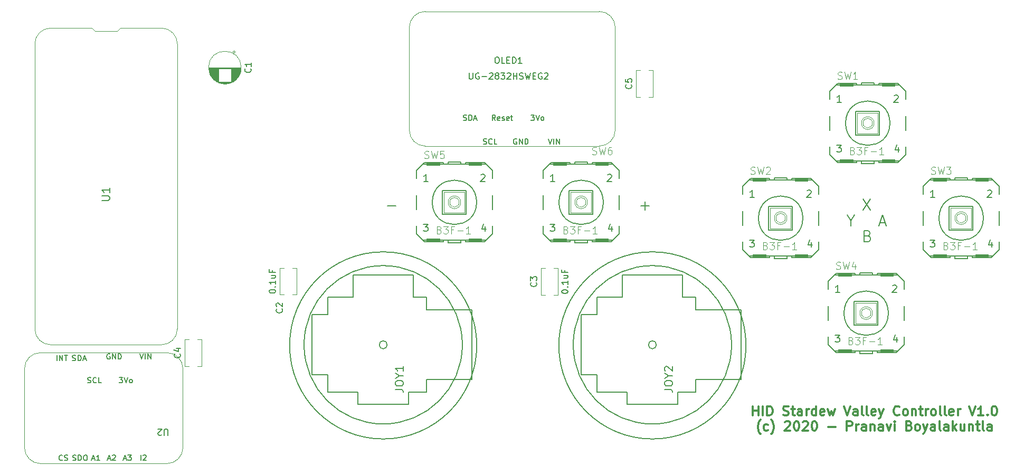
<source format=gbr>
%TF.GenerationSoftware,KiCad,Pcbnew,(5.99.0-3294-g9c46e491e)*%
%TF.CreationDate,2020-11-09T01:34:01-05:00*%
%TF.ProjectId,Game_Controller,47616d65-5f43-46f6-9e74-726f6c6c6572,rev?*%
%TF.SameCoordinates,Original*%
%TF.FileFunction,Legend,Top*%
%TF.FilePolarity,Positive*%
%FSLAX46Y46*%
G04 Gerber Fmt 4.6, Leading zero omitted, Abs format (unit mm)*
G04 Created by KiCad (PCBNEW (5.99.0-3294-g9c46e491e)) date 2020-11-09 01:34:01*
%MOMM*%
%LPD*%
G01*
G04 APERTURE LIST*
%ADD10C,0.203200*%
%ADD11C,0.300000*%
%ADD12C,0.091440*%
%ADD13C,0.127000*%
%ADD14C,0.150000*%
%ADD15C,0.142240*%
%ADD16C,0.152400*%
%ADD17C,0.050800*%
%ADD18C,0.050000*%
%ADD19C,0.120000*%
G04 APERTURE END LIST*
D10*
X135158666Y-86927000D02*
X136513333Y-86927000D01*
X175798666Y-86927000D02*
X177153333Y-86927000D01*
X176476000Y-87604333D02*
X176476000Y-86249666D01*
X209496000Y-89297666D02*
X209496000Y-90144333D01*
X208903333Y-88366333D02*
X209496000Y-89297666D01*
X210088666Y-88366333D01*
X212163000Y-91753000D02*
X212417000Y-91837666D01*
X212501666Y-91922333D01*
X212586333Y-92091666D01*
X212586333Y-92345666D01*
X212501666Y-92515000D01*
X212417000Y-92599666D01*
X212247666Y-92684333D01*
X211570333Y-92684333D01*
X211570333Y-90906333D01*
X212163000Y-90906333D01*
X212332333Y-90991000D01*
X212417000Y-91075666D01*
X212501666Y-91245000D01*
X212501666Y-91414333D01*
X212417000Y-91583666D01*
X212332333Y-91668333D01*
X212163000Y-91753000D01*
X211570333Y-91753000D01*
X214152666Y-89636333D02*
X214999333Y-89636333D01*
X213983333Y-90144333D02*
X214576000Y-88366333D01*
X215168666Y-90144333D01*
X211443333Y-85826333D02*
X212628666Y-87604333D01*
X212628666Y-85826333D02*
X211443333Y-87604333D01*
D11*
X193770285Y-120561071D02*
X193770285Y-119061071D01*
X193770285Y-119775357D02*
X194627428Y-119775357D01*
X194627428Y-120561071D02*
X194627428Y-119061071D01*
X195341714Y-120561071D02*
X195341714Y-119061071D01*
X196055999Y-120561071D02*
X196055999Y-119061071D01*
X196413142Y-119061071D01*
X196627428Y-119132500D01*
X196770285Y-119275357D01*
X196841714Y-119418214D01*
X196913142Y-119703928D01*
X196913142Y-119918214D01*
X196841714Y-120203928D01*
X196770285Y-120346785D01*
X196627428Y-120489642D01*
X196413142Y-120561071D01*
X196055999Y-120561071D01*
X198627428Y-120489642D02*
X198841714Y-120561071D01*
X199198857Y-120561071D01*
X199341714Y-120489642D01*
X199413142Y-120418214D01*
X199484571Y-120275357D01*
X199484571Y-120132500D01*
X199413142Y-119989642D01*
X199341714Y-119918214D01*
X199198857Y-119846785D01*
X198913142Y-119775357D01*
X198770285Y-119703928D01*
X198698857Y-119632500D01*
X198627428Y-119489642D01*
X198627428Y-119346785D01*
X198698857Y-119203928D01*
X198770285Y-119132500D01*
X198913142Y-119061071D01*
X199270285Y-119061071D01*
X199484571Y-119132500D01*
X199913142Y-119561071D02*
X200484571Y-119561071D01*
X200127428Y-119061071D02*
X200127428Y-120346785D01*
X200198857Y-120489642D01*
X200341714Y-120561071D01*
X200484571Y-120561071D01*
X201627428Y-120561071D02*
X201627428Y-119775357D01*
X201555999Y-119632500D01*
X201413142Y-119561071D01*
X201127428Y-119561071D01*
X200984571Y-119632500D01*
X201627428Y-120489642D02*
X201484571Y-120561071D01*
X201127428Y-120561071D01*
X200984571Y-120489642D01*
X200913142Y-120346785D01*
X200913142Y-120203928D01*
X200984571Y-120061071D01*
X201127428Y-119989642D01*
X201484571Y-119989642D01*
X201627428Y-119918214D01*
X202341714Y-120561071D02*
X202341714Y-119561071D01*
X202341714Y-119846785D02*
X202413142Y-119703928D01*
X202484571Y-119632500D01*
X202627428Y-119561071D01*
X202770285Y-119561071D01*
X203913142Y-120561071D02*
X203913142Y-119061071D01*
X203913142Y-120489642D02*
X203770285Y-120561071D01*
X203484571Y-120561071D01*
X203341714Y-120489642D01*
X203270285Y-120418214D01*
X203198857Y-120275357D01*
X203198857Y-119846785D01*
X203270285Y-119703928D01*
X203341714Y-119632500D01*
X203484571Y-119561071D01*
X203770285Y-119561071D01*
X203913142Y-119632500D01*
X205198857Y-120489642D02*
X205055999Y-120561071D01*
X204770285Y-120561071D01*
X204627428Y-120489642D01*
X204555999Y-120346785D01*
X204555999Y-119775357D01*
X204627428Y-119632500D01*
X204770285Y-119561071D01*
X205055999Y-119561071D01*
X205198857Y-119632500D01*
X205270285Y-119775357D01*
X205270285Y-119918214D01*
X204555999Y-120061071D01*
X205770285Y-119561071D02*
X206055999Y-120561071D01*
X206341714Y-119846785D01*
X206627428Y-120561071D01*
X206913142Y-119561071D01*
X208413142Y-119061071D02*
X208913142Y-120561071D01*
X209413142Y-119061071D01*
X210555999Y-120561071D02*
X210555999Y-119775357D01*
X210484571Y-119632500D01*
X210341714Y-119561071D01*
X210055999Y-119561071D01*
X209913142Y-119632500D01*
X210555999Y-120489642D02*
X210413142Y-120561071D01*
X210055999Y-120561071D01*
X209913142Y-120489642D01*
X209841714Y-120346785D01*
X209841714Y-120203928D01*
X209913142Y-120061071D01*
X210055999Y-119989642D01*
X210413142Y-119989642D01*
X210555999Y-119918214D01*
X211484571Y-120561071D02*
X211341714Y-120489642D01*
X211270285Y-120346785D01*
X211270285Y-119061071D01*
X212270285Y-120561071D02*
X212127428Y-120489642D01*
X212055999Y-120346785D01*
X212055999Y-119061071D01*
X213413142Y-120489642D02*
X213270285Y-120561071D01*
X212984571Y-120561071D01*
X212841714Y-120489642D01*
X212770285Y-120346785D01*
X212770285Y-119775357D01*
X212841714Y-119632500D01*
X212984571Y-119561071D01*
X213270285Y-119561071D01*
X213413142Y-119632500D01*
X213484571Y-119775357D01*
X213484571Y-119918214D01*
X212770285Y-120061071D01*
X213984571Y-119561071D02*
X214341714Y-120561071D01*
X214698857Y-119561071D02*
X214341714Y-120561071D01*
X214198857Y-120918214D01*
X214127428Y-120989642D01*
X213984571Y-121061071D01*
X217270285Y-120418214D02*
X217198857Y-120489642D01*
X216984571Y-120561071D01*
X216841714Y-120561071D01*
X216627428Y-120489642D01*
X216484571Y-120346785D01*
X216413142Y-120203928D01*
X216341714Y-119918214D01*
X216341714Y-119703928D01*
X216413142Y-119418214D01*
X216484571Y-119275357D01*
X216627428Y-119132500D01*
X216841714Y-119061071D01*
X216984571Y-119061071D01*
X217198857Y-119132500D01*
X217270285Y-119203928D01*
X218127428Y-120561071D02*
X217984571Y-120489642D01*
X217913142Y-120418214D01*
X217841714Y-120275357D01*
X217841714Y-119846785D01*
X217913142Y-119703928D01*
X217984571Y-119632500D01*
X218127428Y-119561071D01*
X218341714Y-119561071D01*
X218484571Y-119632500D01*
X218555999Y-119703928D01*
X218627428Y-119846785D01*
X218627428Y-120275357D01*
X218555999Y-120418214D01*
X218484571Y-120489642D01*
X218341714Y-120561071D01*
X218127428Y-120561071D01*
X219270285Y-119561071D02*
X219270285Y-120561071D01*
X219270285Y-119703928D02*
X219341714Y-119632500D01*
X219484571Y-119561071D01*
X219698857Y-119561071D01*
X219841714Y-119632500D01*
X219913142Y-119775357D01*
X219913142Y-120561071D01*
X220413142Y-119561071D02*
X220984571Y-119561071D01*
X220627428Y-119061071D02*
X220627428Y-120346785D01*
X220698857Y-120489642D01*
X220841714Y-120561071D01*
X220984571Y-120561071D01*
X221484571Y-120561071D02*
X221484571Y-119561071D01*
X221484571Y-119846785D02*
X221555999Y-119703928D01*
X221627428Y-119632500D01*
X221770285Y-119561071D01*
X221913142Y-119561071D01*
X222627428Y-120561071D02*
X222484571Y-120489642D01*
X222413142Y-120418214D01*
X222341714Y-120275357D01*
X222341714Y-119846785D01*
X222413142Y-119703928D01*
X222484571Y-119632500D01*
X222627428Y-119561071D01*
X222841714Y-119561071D01*
X222984571Y-119632500D01*
X223055999Y-119703928D01*
X223127428Y-119846785D01*
X223127428Y-120275357D01*
X223055999Y-120418214D01*
X222984571Y-120489642D01*
X222841714Y-120561071D01*
X222627428Y-120561071D01*
X223984571Y-120561071D02*
X223841714Y-120489642D01*
X223770285Y-120346785D01*
X223770285Y-119061071D01*
X224770285Y-120561071D02*
X224627428Y-120489642D01*
X224556000Y-120346785D01*
X224556000Y-119061071D01*
X225913142Y-120489642D02*
X225770285Y-120561071D01*
X225484571Y-120561071D01*
X225341714Y-120489642D01*
X225270285Y-120346785D01*
X225270285Y-119775357D01*
X225341714Y-119632500D01*
X225484571Y-119561071D01*
X225770285Y-119561071D01*
X225913142Y-119632500D01*
X225984571Y-119775357D01*
X225984571Y-119918214D01*
X225270285Y-120061071D01*
X226627428Y-120561071D02*
X226627428Y-119561071D01*
X226627428Y-119846785D02*
X226698857Y-119703928D01*
X226770285Y-119632500D01*
X226913142Y-119561071D01*
X227056000Y-119561071D01*
X228484571Y-119061071D02*
X228984571Y-120561071D01*
X229484571Y-119061071D01*
X230770285Y-120561071D02*
X229913142Y-120561071D01*
X230341714Y-120561071D02*
X230341714Y-119061071D01*
X230198857Y-119275357D01*
X230055999Y-119418214D01*
X229913142Y-119489642D01*
X231413142Y-120418214D02*
X231484571Y-120489642D01*
X231413142Y-120561071D01*
X231341714Y-120489642D01*
X231413142Y-120418214D01*
X231413142Y-120561071D01*
X232413142Y-119061071D02*
X232555999Y-119061071D01*
X232698857Y-119132500D01*
X232770285Y-119203928D01*
X232841714Y-119346785D01*
X232913142Y-119632500D01*
X232913142Y-119989642D01*
X232841714Y-120275357D01*
X232770285Y-120418214D01*
X232698857Y-120489642D01*
X232555999Y-120561071D01*
X232413142Y-120561071D01*
X232270285Y-120489642D01*
X232198857Y-120418214D01*
X232127428Y-120275357D01*
X232055999Y-119989642D01*
X232055999Y-119632500D01*
X232127428Y-119346785D01*
X232198857Y-119203928D01*
X232270285Y-119132500D01*
X232413142Y-119061071D01*
X194984571Y-123547500D02*
X194913142Y-123476071D01*
X194770285Y-123261785D01*
X194698857Y-123118928D01*
X194627428Y-122904642D01*
X194556000Y-122547500D01*
X194556000Y-122261785D01*
X194627428Y-121904642D01*
X194698857Y-121690357D01*
X194770285Y-121547500D01*
X194913142Y-121333214D01*
X194984571Y-121261785D01*
X196198857Y-122904642D02*
X196056000Y-122976071D01*
X195770285Y-122976071D01*
X195627428Y-122904642D01*
X195556000Y-122833214D01*
X195484571Y-122690357D01*
X195484571Y-122261785D01*
X195556000Y-122118928D01*
X195627428Y-122047500D01*
X195770285Y-121976071D01*
X196056000Y-121976071D01*
X196198857Y-122047500D01*
X196698857Y-123547500D02*
X196770285Y-123476071D01*
X196913142Y-123261785D01*
X196984571Y-123118928D01*
X197056000Y-122904642D01*
X197127428Y-122547500D01*
X197127428Y-122261785D01*
X197056000Y-121904642D01*
X196984571Y-121690357D01*
X196913142Y-121547500D01*
X196770285Y-121333214D01*
X196698857Y-121261785D01*
X198913142Y-121618928D02*
X198984571Y-121547500D01*
X199127428Y-121476071D01*
X199484571Y-121476071D01*
X199627428Y-121547500D01*
X199698857Y-121618928D01*
X199770285Y-121761785D01*
X199770285Y-121904642D01*
X199698857Y-122118928D01*
X198841714Y-122976071D01*
X199770285Y-122976071D01*
X200698857Y-121476071D02*
X200841714Y-121476071D01*
X200984571Y-121547500D01*
X201056000Y-121618928D01*
X201127428Y-121761785D01*
X201198857Y-122047500D01*
X201198857Y-122404642D01*
X201127428Y-122690357D01*
X201056000Y-122833214D01*
X200984571Y-122904642D01*
X200841714Y-122976071D01*
X200698857Y-122976071D01*
X200556000Y-122904642D01*
X200484571Y-122833214D01*
X200413142Y-122690357D01*
X200341714Y-122404642D01*
X200341714Y-122047500D01*
X200413142Y-121761785D01*
X200484571Y-121618928D01*
X200556000Y-121547500D01*
X200698857Y-121476071D01*
X201770285Y-121618928D02*
X201841714Y-121547500D01*
X201984571Y-121476071D01*
X202341714Y-121476071D01*
X202484571Y-121547500D01*
X202556000Y-121618928D01*
X202627428Y-121761785D01*
X202627428Y-121904642D01*
X202556000Y-122118928D01*
X201698857Y-122976071D01*
X202627428Y-122976071D01*
X203556000Y-121476071D02*
X203698857Y-121476071D01*
X203841714Y-121547500D01*
X203913142Y-121618928D01*
X203984571Y-121761785D01*
X204056000Y-122047500D01*
X204056000Y-122404642D01*
X203984571Y-122690357D01*
X203913142Y-122833214D01*
X203841714Y-122904642D01*
X203698857Y-122976071D01*
X203556000Y-122976071D01*
X203413142Y-122904642D01*
X203341714Y-122833214D01*
X203270285Y-122690357D01*
X203198857Y-122404642D01*
X203198857Y-122047500D01*
X203270285Y-121761785D01*
X203341714Y-121618928D01*
X203413142Y-121547500D01*
X203556000Y-121476071D01*
X205841714Y-122404642D02*
X206984571Y-122404642D01*
X208841714Y-122976071D02*
X208841714Y-121476071D01*
X209413142Y-121476071D01*
X209556000Y-121547500D01*
X209627428Y-121618928D01*
X209698857Y-121761785D01*
X209698857Y-121976071D01*
X209627428Y-122118928D01*
X209556000Y-122190357D01*
X209413142Y-122261785D01*
X208841714Y-122261785D01*
X210341714Y-122976071D02*
X210341714Y-121976071D01*
X210341714Y-122261785D02*
X210413142Y-122118928D01*
X210484571Y-122047500D01*
X210627428Y-121976071D01*
X210770285Y-121976071D01*
X211913142Y-122976071D02*
X211913142Y-122190357D01*
X211841714Y-122047500D01*
X211698857Y-121976071D01*
X211413142Y-121976071D01*
X211270285Y-122047500D01*
X211913142Y-122904642D02*
X211770285Y-122976071D01*
X211413142Y-122976071D01*
X211270285Y-122904642D01*
X211198857Y-122761785D01*
X211198857Y-122618928D01*
X211270285Y-122476071D01*
X211413142Y-122404642D01*
X211770285Y-122404642D01*
X211913142Y-122333214D01*
X212627428Y-121976071D02*
X212627428Y-122976071D01*
X212627428Y-122118928D02*
X212698857Y-122047500D01*
X212841714Y-121976071D01*
X213056000Y-121976071D01*
X213198857Y-122047500D01*
X213270285Y-122190357D01*
X213270285Y-122976071D01*
X214627428Y-122976071D02*
X214627428Y-122190357D01*
X214556000Y-122047500D01*
X214413142Y-121976071D01*
X214127428Y-121976071D01*
X213984571Y-122047500D01*
X214627428Y-122904642D02*
X214484571Y-122976071D01*
X214127428Y-122976071D01*
X213984571Y-122904642D01*
X213913142Y-122761785D01*
X213913142Y-122618928D01*
X213984571Y-122476071D01*
X214127428Y-122404642D01*
X214484571Y-122404642D01*
X214627428Y-122333214D01*
X215198857Y-121976071D02*
X215556000Y-122976071D01*
X215913142Y-121976071D01*
X216484571Y-122976071D02*
X216484571Y-121976071D01*
X216484571Y-121476071D02*
X216413142Y-121547500D01*
X216484571Y-121618928D01*
X216556000Y-121547500D01*
X216484571Y-121476071D01*
X216484571Y-121618928D01*
X218841714Y-122190357D02*
X219056000Y-122261785D01*
X219127428Y-122333214D01*
X219198857Y-122476071D01*
X219198857Y-122690357D01*
X219127428Y-122833214D01*
X219056000Y-122904642D01*
X218913142Y-122976071D01*
X218341714Y-122976071D01*
X218341714Y-121476071D01*
X218841714Y-121476071D01*
X218984571Y-121547500D01*
X219056000Y-121618928D01*
X219127428Y-121761785D01*
X219127428Y-121904642D01*
X219056000Y-122047500D01*
X218984571Y-122118928D01*
X218841714Y-122190357D01*
X218341714Y-122190357D01*
X220056000Y-122976071D02*
X219913142Y-122904642D01*
X219841714Y-122833214D01*
X219770285Y-122690357D01*
X219770285Y-122261785D01*
X219841714Y-122118928D01*
X219913142Y-122047500D01*
X220056000Y-121976071D01*
X220270285Y-121976071D01*
X220413142Y-122047500D01*
X220484571Y-122118928D01*
X220556000Y-122261785D01*
X220556000Y-122690357D01*
X220484571Y-122833214D01*
X220413142Y-122904642D01*
X220270285Y-122976071D01*
X220056000Y-122976071D01*
X221056000Y-121976071D02*
X221413142Y-122976071D01*
X221770285Y-121976071D02*
X221413142Y-122976071D01*
X221270285Y-123333214D01*
X221198857Y-123404642D01*
X221056000Y-123476071D01*
X222984571Y-122976071D02*
X222984571Y-122190357D01*
X222913142Y-122047500D01*
X222770285Y-121976071D01*
X222484571Y-121976071D01*
X222341714Y-122047500D01*
X222984571Y-122904642D02*
X222841714Y-122976071D01*
X222484571Y-122976071D01*
X222341714Y-122904642D01*
X222270285Y-122761785D01*
X222270285Y-122618928D01*
X222341714Y-122476071D01*
X222484571Y-122404642D01*
X222841714Y-122404642D01*
X222984571Y-122333214D01*
X223913142Y-122976071D02*
X223770285Y-122904642D01*
X223698857Y-122761785D01*
X223698857Y-121476071D01*
X225127428Y-122976071D02*
X225127428Y-122190357D01*
X225056000Y-122047500D01*
X224913142Y-121976071D01*
X224627428Y-121976071D01*
X224484571Y-122047500D01*
X225127428Y-122904642D02*
X224984571Y-122976071D01*
X224627428Y-122976071D01*
X224484571Y-122904642D01*
X224413142Y-122761785D01*
X224413142Y-122618928D01*
X224484571Y-122476071D01*
X224627428Y-122404642D01*
X224984571Y-122404642D01*
X225127428Y-122333214D01*
X225841714Y-122976071D02*
X225841714Y-121476071D01*
X225984571Y-122404642D02*
X226413142Y-122976071D01*
X226413142Y-121976071D02*
X225841714Y-122547500D01*
X227698857Y-121976071D02*
X227698857Y-122976071D01*
X227056000Y-121976071D02*
X227056000Y-122761785D01*
X227127428Y-122904642D01*
X227270285Y-122976071D01*
X227484571Y-122976071D01*
X227627428Y-122904642D01*
X227698857Y-122833214D01*
X228413142Y-121976071D02*
X228413142Y-122976071D01*
X228413142Y-122118928D02*
X228484571Y-122047500D01*
X228627428Y-121976071D01*
X228841714Y-121976071D01*
X228984571Y-122047500D01*
X229056000Y-122190357D01*
X229056000Y-122976071D01*
X229556000Y-121976071D02*
X230127428Y-121976071D01*
X229770285Y-121476071D02*
X229770285Y-122761785D01*
X229841714Y-122904642D01*
X229984571Y-122976071D01*
X230127428Y-122976071D01*
X230841714Y-122976071D02*
X230698857Y-122904642D01*
X230627428Y-122761785D01*
X230627428Y-121476071D01*
X232056000Y-122976071D02*
X232056000Y-122190357D01*
X231984571Y-122047500D01*
X231841714Y-121976071D01*
X231556000Y-121976071D01*
X231413142Y-122047500D01*
X232056000Y-122904642D02*
X231913142Y-122976071D01*
X231556000Y-122976071D01*
X231413142Y-122904642D01*
X231341714Y-122761785D01*
X231341714Y-122618928D01*
X231413142Y-122476071D01*
X231556000Y-122404642D01*
X231913142Y-122404642D01*
X232056000Y-122333214D01*
D12*
%TO.C,SW5*%
X141099923Y-79262756D02*
X141268289Y-79318878D01*
X141548898Y-79318878D01*
X141661142Y-79262756D01*
X141717264Y-79206634D01*
X141773386Y-79094390D01*
X141773386Y-78982146D01*
X141717264Y-78869902D01*
X141661142Y-78813780D01*
X141548898Y-78757659D01*
X141324411Y-78701537D01*
X141212167Y-78645415D01*
X141156045Y-78589293D01*
X141099923Y-78477049D01*
X141099923Y-78364805D01*
X141156045Y-78252561D01*
X141212167Y-78196440D01*
X141324411Y-78140318D01*
X141605020Y-78140318D01*
X141773386Y-78196440D01*
X142166239Y-78140318D02*
X142446849Y-79318878D01*
X142671336Y-78477049D01*
X142895824Y-79318878D01*
X143176434Y-78140318D01*
X144186628Y-78140318D02*
X143625409Y-78140318D01*
X143569287Y-78701537D01*
X143625409Y-78645415D01*
X143737653Y-78589293D01*
X144018262Y-78589293D01*
X144130506Y-78645415D01*
X144186628Y-78701537D01*
X144242750Y-78813780D01*
X144242750Y-79094390D01*
X144186628Y-79206634D01*
X144130506Y-79262756D01*
X144018262Y-79318878D01*
X143737653Y-79318878D01*
X143625409Y-79262756D01*
X143569287Y-79206634D01*
X143453898Y-90766537D02*
X143622264Y-90822659D01*
X143678386Y-90878780D01*
X143734508Y-90991024D01*
X143734508Y-91159390D01*
X143678386Y-91271634D01*
X143622264Y-91327756D01*
X143510020Y-91383878D01*
X143061045Y-91383878D01*
X143061045Y-90205318D01*
X143453898Y-90205318D01*
X143566142Y-90261440D01*
X143622264Y-90317561D01*
X143678386Y-90429805D01*
X143678386Y-90542049D01*
X143622264Y-90654293D01*
X143566142Y-90710415D01*
X143453898Y-90766537D01*
X143061045Y-90766537D01*
X144127361Y-90205318D02*
X144856946Y-90205318D01*
X144464093Y-90654293D01*
X144632458Y-90654293D01*
X144744702Y-90710415D01*
X144800824Y-90766537D01*
X144856946Y-90878780D01*
X144856946Y-91159390D01*
X144800824Y-91271634D01*
X144744702Y-91327756D01*
X144632458Y-91383878D01*
X144295727Y-91383878D01*
X144183483Y-91327756D01*
X144127361Y-91271634D01*
X145754896Y-90766537D02*
X145362043Y-90766537D01*
X145362043Y-91383878D02*
X145362043Y-90205318D01*
X145923262Y-90205318D01*
X146372237Y-90934902D02*
X147270188Y-90934902D01*
X148448748Y-91383878D02*
X147775285Y-91383878D01*
X148112016Y-91383878D02*
X148112016Y-90205318D01*
X147999773Y-90373683D01*
X147887529Y-90485927D01*
X147775285Y-90542049D01*
D13*
X150133264Y-81969428D02*
X150187692Y-81915000D01*
X150296550Y-81860571D01*
X150568692Y-81860571D01*
X150677550Y-81915000D01*
X150731978Y-81969428D01*
X150786407Y-82078285D01*
X150786407Y-82187142D01*
X150731978Y-82350428D01*
X150078835Y-83003571D01*
X150786407Y-83003571D01*
X141642407Y-83003571D02*
X140989264Y-83003571D01*
X141315835Y-83003571D02*
X141315835Y-81860571D01*
X141206978Y-82023857D01*
X141098121Y-82132714D01*
X140989264Y-82187142D01*
X150804550Y-90242571D02*
X150804550Y-91004571D01*
X150532407Y-89807142D02*
X150260264Y-90623571D01*
X150967835Y-90623571D01*
X140934835Y-89861571D02*
X141642407Y-89861571D01*
X141261407Y-90297000D01*
X141424692Y-90297000D01*
X141533550Y-90351428D01*
X141587978Y-90405857D01*
X141642407Y-90514714D01*
X141642407Y-90786857D01*
X141587978Y-90895714D01*
X141533550Y-90950142D01*
X141424692Y-91004571D01*
X141098121Y-91004571D01*
X140989264Y-90950142D01*
X140934835Y-90895714D01*
D14*
%TO.C,U2*%
X99921904Y-123737619D02*
X99921904Y-122928095D01*
X99874285Y-122832857D01*
X99826666Y-122785238D01*
X99731428Y-122737619D01*
X99540952Y-122737619D01*
X99445714Y-122785238D01*
X99398095Y-122832857D01*
X99350476Y-122928095D01*
X99350476Y-123737619D01*
X98921904Y-123642380D02*
X98874285Y-123690000D01*
X98779047Y-123737619D01*
X98540952Y-123737619D01*
X98445714Y-123690000D01*
X98398095Y-123642380D01*
X98350476Y-123547142D01*
X98350476Y-123451904D01*
X98398095Y-123309047D01*
X98969523Y-122737619D01*
X98350476Y-122737619D01*
D15*
X87070809Y-115288664D02*
X87195632Y-115330272D01*
X87403670Y-115330272D01*
X87486885Y-115288664D01*
X87528493Y-115247057D01*
X87570100Y-115163841D01*
X87570100Y-115080626D01*
X87528493Y-114997411D01*
X87486885Y-114955803D01*
X87403670Y-114914196D01*
X87237240Y-114872588D01*
X87154024Y-114830980D01*
X87112417Y-114789373D01*
X87070809Y-114706158D01*
X87070809Y-114622942D01*
X87112417Y-114539727D01*
X87154024Y-114498120D01*
X87237240Y-114456512D01*
X87445278Y-114456512D01*
X87570100Y-114498120D01*
X88443860Y-115247057D02*
X88402253Y-115288664D01*
X88277430Y-115330272D01*
X88194215Y-115330272D01*
X88069392Y-115288664D01*
X87986177Y-115205449D01*
X87944569Y-115122234D01*
X87902961Y-114955803D01*
X87902961Y-114830980D01*
X87944569Y-114664550D01*
X87986177Y-114581335D01*
X88069392Y-114498120D01*
X88194215Y-114456512D01*
X88277430Y-114456512D01*
X88402253Y-114498120D01*
X88443860Y-114539727D01*
X89234405Y-115330272D02*
X88818329Y-115330272D01*
X88818329Y-114456512D01*
X90280885Y-127526626D02*
X90696961Y-127526626D01*
X90197670Y-127776272D02*
X90488923Y-126902512D01*
X90780177Y-127776272D01*
X91029822Y-126985727D02*
X91071430Y-126944120D01*
X91154645Y-126902512D01*
X91362683Y-126902512D01*
X91445899Y-126944120D01*
X91487506Y-126985727D01*
X91529114Y-127068942D01*
X91529114Y-127152158D01*
X91487506Y-127276980D01*
X90988215Y-127776272D01*
X91529114Y-127776272D01*
X92820885Y-127526626D02*
X93236961Y-127526626D01*
X92737670Y-127776272D02*
X93028923Y-126902512D01*
X93320177Y-127776272D01*
X93528215Y-126902512D02*
X94069114Y-126902512D01*
X93777860Y-127235373D01*
X93902683Y-127235373D01*
X93985899Y-127276980D01*
X94027506Y-127318588D01*
X94069114Y-127401803D01*
X94069114Y-127609841D01*
X94027506Y-127693057D01*
X93985899Y-127734664D01*
X93902683Y-127776272D01*
X93653038Y-127776272D01*
X93569822Y-127734664D01*
X93528215Y-127693057D01*
X90620278Y-110688120D02*
X90537062Y-110646512D01*
X90412240Y-110646512D01*
X90287417Y-110688120D01*
X90204201Y-110771335D01*
X90162594Y-110854550D01*
X90120986Y-111020980D01*
X90120986Y-111145803D01*
X90162594Y-111312234D01*
X90204201Y-111395449D01*
X90287417Y-111478664D01*
X90412240Y-111520272D01*
X90495455Y-111520272D01*
X90620278Y-111478664D01*
X90661885Y-111437057D01*
X90661885Y-111145803D01*
X90495455Y-111145803D01*
X91036354Y-111520272D02*
X91036354Y-110646512D01*
X91535645Y-111520272D01*
X91535645Y-110646512D01*
X91951721Y-111520272D02*
X91951721Y-110646512D01*
X92159760Y-110646512D01*
X92284582Y-110688120D01*
X92367798Y-110771335D01*
X92409405Y-110854550D01*
X92451013Y-111020980D01*
X92451013Y-111145803D01*
X92409405Y-111312234D01*
X92367798Y-111395449D01*
X92284582Y-111478664D01*
X92159760Y-111520272D01*
X91951721Y-111520272D01*
X82113455Y-111774272D02*
X82113455Y-110900512D01*
X82529531Y-111774272D02*
X82529531Y-110900512D01*
X83028822Y-111774272D01*
X83028822Y-110900512D01*
X83320076Y-110900512D02*
X83819367Y-110900512D01*
X83569721Y-111774272D02*
X83569721Y-110900512D01*
X83012373Y-127693057D02*
X82970765Y-127734664D01*
X82845942Y-127776272D01*
X82762727Y-127776272D01*
X82637904Y-127734664D01*
X82554689Y-127651449D01*
X82513081Y-127568234D01*
X82471474Y-127401803D01*
X82471474Y-127276980D01*
X82513081Y-127110550D01*
X82554689Y-127027335D01*
X82637904Y-126944120D01*
X82762727Y-126902512D01*
X82845942Y-126902512D01*
X82970765Y-126944120D01*
X83012373Y-126985727D01*
X83345234Y-127734664D02*
X83470057Y-127776272D01*
X83678095Y-127776272D01*
X83761310Y-127734664D01*
X83802918Y-127693057D01*
X83844525Y-127609841D01*
X83844525Y-127526626D01*
X83802918Y-127443411D01*
X83761310Y-127401803D01*
X83678095Y-127360196D01*
X83511664Y-127318588D01*
X83428449Y-127276980D01*
X83386841Y-127235373D01*
X83345234Y-127152158D01*
X83345234Y-127068942D01*
X83386841Y-126985727D01*
X83428449Y-126944120D01*
X83511664Y-126902512D01*
X83719702Y-126902512D01*
X83844525Y-126944120D01*
X84680790Y-127734664D02*
X84805613Y-127776272D01*
X85013651Y-127776272D01*
X85096866Y-127734664D01*
X85138474Y-127693057D01*
X85180081Y-127609841D01*
X85180081Y-127526626D01*
X85138474Y-127443411D01*
X85096866Y-127401803D01*
X85013651Y-127360196D01*
X84847220Y-127318588D01*
X84764005Y-127276980D01*
X84722398Y-127235373D01*
X84680790Y-127152158D01*
X84680790Y-127068942D01*
X84722398Y-126985727D01*
X84764005Y-126944120D01*
X84847220Y-126902512D01*
X85055259Y-126902512D01*
X85180081Y-126944120D01*
X85554550Y-127776272D02*
X85554550Y-126902512D01*
X85762588Y-126902512D01*
X85887411Y-126944120D01*
X85970626Y-127027335D01*
X86012234Y-127110550D01*
X86053841Y-127276980D01*
X86053841Y-127401803D01*
X86012234Y-127568234D01*
X85970626Y-127651449D01*
X85887411Y-127734664D01*
X85762588Y-127776272D01*
X85554550Y-127776272D01*
X86594740Y-126902512D02*
X86761171Y-126902512D01*
X86844386Y-126944120D01*
X86927601Y-127027335D01*
X86969209Y-127193765D01*
X86969209Y-127485019D01*
X86927601Y-127651449D01*
X86844386Y-127734664D01*
X86761171Y-127776272D01*
X86594740Y-127776272D01*
X86511525Y-127734664D01*
X86428310Y-127651449D01*
X86386702Y-127485019D01*
X86386702Y-127193765D01*
X86428310Y-127027335D01*
X86511525Y-126944120D01*
X86594740Y-126902512D01*
X87740885Y-127526626D02*
X88156961Y-127526626D01*
X87657670Y-127776272D02*
X87948923Y-126902512D01*
X88240177Y-127776272D01*
X88989114Y-127776272D02*
X88489822Y-127776272D01*
X88739468Y-127776272D02*
X88739468Y-126902512D01*
X88656253Y-127027335D01*
X88573038Y-127110550D01*
X88489822Y-127152158D01*
X95568923Y-127776272D02*
X95568923Y-126902512D01*
X95943392Y-126985727D02*
X95985000Y-126944120D01*
X96068215Y-126902512D01*
X96276253Y-126902512D01*
X96359468Y-126944120D01*
X96401076Y-126985727D01*
X96442683Y-127068942D01*
X96442683Y-127152158D01*
X96401076Y-127276980D01*
X95901784Y-127776272D01*
X96442683Y-127776272D01*
X95409024Y-110646512D02*
X95700278Y-111520272D01*
X95991531Y-110646512D01*
X96282784Y-111520272D02*
X96282784Y-110646512D01*
X96698860Y-111520272D02*
X96698860Y-110646512D01*
X97198152Y-111520272D01*
X97198152Y-110646512D01*
X84637005Y-111732664D02*
X84761828Y-111774272D01*
X84969866Y-111774272D01*
X85053081Y-111732664D01*
X85094689Y-111691057D01*
X85136297Y-111607841D01*
X85136297Y-111524626D01*
X85094689Y-111441411D01*
X85053081Y-111399803D01*
X84969866Y-111358196D01*
X84803436Y-111316588D01*
X84720220Y-111274980D01*
X84678613Y-111233373D01*
X84637005Y-111150158D01*
X84637005Y-111066942D01*
X84678613Y-110983727D01*
X84720220Y-110942120D01*
X84803436Y-110900512D01*
X85011474Y-110900512D01*
X85136297Y-110942120D01*
X85510765Y-111774272D02*
X85510765Y-110900512D01*
X85718803Y-110900512D01*
X85843626Y-110942120D01*
X85926841Y-111025335D01*
X85968449Y-111108550D01*
X86010057Y-111274980D01*
X86010057Y-111399803D01*
X85968449Y-111566234D01*
X85926841Y-111649449D01*
X85843626Y-111732664D01*
X85718803Y-111774272D01*
X85510765Y-111774272D01*
X86342918Y-111524626D02*
X86758994Y-111524626D01*
X86259702Y-111774272D02*
X86550956Y-110900512D01*
X86842209Y-111774272D01*
X92130005Y-114456512D02*
X92670904Y-114456512D01*
X92379651Y-114789373D01*
X92504474Y-114789373D01*
X92587689Y-114830980D01*
X92629297Y-114872588D01*
X92670904Y-114955803D01*
X92670904Y-115163841D01*
X92629297Y-115247057D01*
X92587689Y-115288664D01*
X92504474Y-115330272D01*
X92254828Y-115330272D01*
X92171613Y-115288664D01*
X92130005Y-115247057D01*
X92920550Y-114456512D02*
X93211803Y-115330272D01*
X93503057Y-114456512D01*
X93919133Y-115330272D02*
X93835918Y-115288664D01*
X93794310Y-115247057D01*
X93752702Y-115163841D01*
X93752702Y-114914196D01*
X93794310Y-114830980D01*
X93835918Y-114789373D01*
X93919133Y-114747765D01*
X94043956Y-114747765D01*
X94127171Y-114789373D01*
X94168779Y-114830980D01*
X94210386Y-114914196D01*
X94210386Y-115163841D01*
X94168779Y-115247057D01*
X94127171Y-115288664D01*
X94043956Y-115330272D01*
X93919133Y-115330272D01*
D14*
%TO.C,JOY1*%
X136410523Y-116372857D02*
X137317666Y-116372857D01*
X137499095Y-116433333D01*
X137620047Y-116554285D01*
X137680523Y-116735714D01*
X137680523Y-116856666D01*
X136410523Y-115526190D02*
X136410523Y-115284285D01*
X136471000Y-115163333D01*
X136591952Y-115042380D01*
X136833857Y-114981904D01*
X137257190Y-114981904D01*
X137499095Y-115042380D01*
X137620047Y-115163333D01*
X137680523Y-115284285D01*
X137680523Y-115526190D01*
X137620047Y-115647142D01*
X137499095Y-115768095D01*
X137257190Y-115828571D01*
X136833857Y-115828571D01*
X136591952Y-115768095D01*
X136471000Y-115647142D01*
X136410523Y-115526190D01*
X137075761Y-114195714D02*
X137680523Y-114195714D01*
X136410523Y-114619047D02*
X137075761Y-114195714D01*
X136410523Y-113772380D01*
X137680523Y-112683809D02*
X137680523Y-113409523D01*
X137680523Y-113046666D02*
X136410523Y-113046666D01*
X136591952Y-113167619D01*
X136712904Y-113288571D01*
X136773380Y-113409523D01*
%TO.C,C3*%
X158993142Y-99246666D02*
X159040761Y-99294285D01*
X159088380Y-99437142D01*
X159088380Y-99532380D01*
X159040761Y-99675238D01*
X158945523Y-99770476D01*
X158850285Y-99818095D01*
X158659809Y-99865714D01*
X158516952Y-99865714D01*
X158326476Y-99818095D01*
X158231238Y-99770476D01*
X158136000Y-99675238D01*
X158088380Y-99532380D01*
X158088380Y-99437142D01*
X158136000Y-99294285D01*
X158183619Y-99246666D01*
X158088380Y-98913333D02*
X158088380Y-98294285D01*
X158469333Y-98627619D01*
X158469333Y-98484761D01*
X158516952Y-98389523D01*
X158564571Y-98341904D01*
X158659809Y-98294285D01*
X158897904Y-98294285D01*
X158993142Y-98341904D01*
X159040761Y-98389523D01*
X159088380Y-98484761D01*
X159088380Y-98770476D01*
X159040761Y-98865714D01*
X158993142Y-98913333D01*
X163088380Y-100722857D02*
X163088380Y-100627619D01*
X163136000Y-100532380D01*
X163183619Y-100484761D01*
X163278857Y-100437142D01*
X163469333Y-100389523D01*
X163707428Y-100389523D01*
X163897904Y-100437142D01*
X163993142Y-100484761D01*
X164040761Y-100532380D01*
X164088380Y-100627619D01*
X164088380Y-100722857D01*
X164040761Y-100818095D01*
X163993142Y-100865714D01*
X163897904Y-100913333D01*
X163707428Y-100960952D01*
X163469333Y-100960952D01*
X163278857Y-100913333D01*
X163183619Y-100865714D01*
X163136000Y-100818095D01*
X163088380Y-100722857D01*
X163993142Y-99960952D02*
X164040761Y-99913333D01*
X164088380Y-99960952D01*
X164040761Y-100008571D01*
X163993142Y-99960952D01*
X164088380Y-99960952D01*
X164088380Y-98960952D02*
X164088380Y-99532380D01*
X164088380Y-99246666D02*
X163088380Y-99246666D01*
X163231238Y-99341904D01*
X163326476Y-99437142D01*
X163374095Y-99532380D01*
X163421714Y-98103809D02*
X164088380Y-98103809D01*
X163421714Y-98532380D02*
X163945523Y-98532380D01*
X164040761Y-98484761D01*
X164088380Y-98389523D01*
X164088380Y-98246666D01*
X164040761Y-98151428D01*
X163993142Y-98103809D01*
X163564571Y-97294285D02*
X163564571Y-97627619D01*
X164088380Y-97627619D02*
X163088380Y-97627619D01*
X163088380Y-97151428D01*
D12*
%TO.C,SW3*%
X222379923Y-81802756D02*
X222548289Y-81858878D01*
X222828898Y-81858878D01*
X222941142Y-81802756D01*
X222997264Y-81746634D01*
X223053386Y-81634390D01*
X223053386Y-81522146D01*
X222997264Y-81409902D01*
X222941142Y-81353780D01*
X222828898Y-81297659D01*
X222604411Y-81241537D01*
X222492167Y-81185415D01*
X222436045Y-81129293D01*
X222379923Y-81017049D01*
X222379923Y-80904805D01*
X222436045Y-80792561D01*
X222492167Y-80736440D01*
X222604411Y-80680318D01*
X222885020Y-80680318D01*
X223053386Y-80736440D01*
X223446239Y-80680318D02*
X223726849Y-81858878D01*
X223951336Y-81017049D01*
X224175824Y-81858878D01*
X224456434Y-80680318D01*
X224793165Y-80680318D02*
X225522750Y-80680318D01*
X225129896Y-81129293D01*
X225298262Y-81129293D01*
X225410506Y-81185415D01*
X225466628Y-81241537D01*
X225522750Y-81353780D01*
X225522750Y-81634390D01*
X225466628Y-81746634D01*
X225410506Y-81802756D01*
X225298262Y-81858878D01*
X224961531Y-81858878D01*
X224849287Y-81802756D01*
X224793165Y-81746634D01*
X224733898Y-93306537D02*
X224902264Y-93362659D01*
X224958386Y-93418780D01*
X225014508Y-93531024D01*
X225014508Y-93699390D01*
X224958386Y-93811634D01*
X224902264Y-93867756D01*
X224790020Y-93923878D01*
X224341045Y-93923878D01*
X224341045Y-92745318D01*
X224733898Y-92745318D01*
X224846142Y-92801440D01*
X224902264Y-92857561D01*
X224958386Y-92969805D01*
X224958386Y-93082049D01*
X224902264Y-93194293D01*
X224846142Y-93250415D01*
X224733898Y-93306537D01*
X224341045Y-93306537D01*
X225407361Y-92745318D02*
X226136946Y-92745318D01*
X225744093Y-93194293D01*
X225912458Y-93194293D01*
X226024702Y-93250415D01*
X226080824Y-93306537D01*
X226136946Y-93418780D01*
X226136946Y-93699390D01*
X226080824Y-93811634D01*
X226024702Y-93867756D01*
X225912458Y-93923878D01*
X225575727Y-93923878D01*
X225463483Y-93867756D01*
X225407361Y-93811634D01*
X227034896Y-93306537D02*
X226642043Y-93306537D01*
X226642043Y-93923878D02*
X226642043Y-92745318D01*
X227203262Y-92745318D01*
X227652237Y-93474902D02*
X228550188Y-93474902D01*
X229728748Y-93923878D02*
X229055285Y-93923878D01*
X229392016Y-93923878D02*
X229392016Y-92745318D01*
X229279773Y-92913683D01*
X229167529Y-93025927D01*
X229055285Y-93082049D01*
D13*
X232084550Y-92782571D02*
X232084550Y-93544571D01*
X231812407Y-92347142D02*
X231540264Y-93163571D01*
X232247835Y-93163571D01*
X222922407Y-85543571D02*
X222269264Y-85543571D01*
X222595835Y-85543571D02*
X222595835Y-84400571D01*
X222486978Y-84563857D01*
X222378121Y-84672714D01*
X222269264Y-84727142D01*
X222214835Y-92401571D02*
X222922407Y-92401571D01*
X222541407Y-92837000D01*
X222704692Y-92837000D01*
X222813550Y-92891428D01*
X222867978Y-92945857D01*
X222922407Y-93054714D01*
X222922407Y-93326857D01*
X222867978Y-93435714D01*
X222813550Y-93490142D01*
X222704692Y-93544571D01*
X222378121Y-93544571D01*
X222269264Y-93490142D01*
X222214835Y-93435714D01*
X231413264Y-84509428D02*
X231467692Y-84455000D01*
X231576550Y-84400571D01*
X231848692Y-84400571D01*
X231957550Y-84455000D01*
X232011978Y-84509428D01*
X232066407Y-84618285D01*
X232066407Y-84727142D01*
X232011978Y-84890428D01*
X231358835Y-85543571D01*
X232066407Y-85543571D01*
D12*
%TO.C,SW2*%
X193423923Y-81802756D02*
X193592289Y-81858878D01*
X193872898Y-81858878D01*
X193985142Y-81802756D01*
X194041264Y-81746634D01*
X194097386Y-81634390D01*
X194097386Y-81522146D01*
X194041264Y-81409902D01*
X193985142Y-81353780D01*
X193872898Y-81297659D01*
X193648411Y-81241537D01*
X193536167Y-81185415D01*
X193480045Y-81129293D01*
X193423923Y-81017049D01*
X193423923Y-80904805D01*
X193480045Y-80792561D01*
X193536167Y-80736440D01*
X193648411Y-80680318D01*
X193929020Y-80680318D01*
X194097386Y-80736440D01*
X194490239Y-80680318D02*
X194770849Y-81858878D01*
X194995336Y-81017049D01*
X195219824Y-81858878D01*
X195500434Y-80680318D01*
X195893287Y-80792561D02*
X195949409Y-80736440D01*
X196061653Y-80680318D01*
X196342262Y-80680318D01*
X196454506Y-80736440D01*
X196510628Y-80792561D01*
X196566750Y-80904805D01*
X196566750Y-81017049D01*
X196510628Y-81185415D01*
X195837165Y-81858878D01*
X196566750Y-81858878D01*
X195777898Y-93306537D02*
X195946264Y-93362659D01*
X196002386Y-93418780D01*
X196058508Y-93531024D01*
X196058508Y-93699390D01*
X196002386Y-93811634D01*
X195946264Y-93867756D01*
X195834020Y-93923878D01*
X195385045Y-93923878D01*
X195385045Y-92745318D01*
X195777898Y-92745318D01*
X195890142Y-92801440D01*
X195946264Y-92857561D01*
X196002386Y-92969805D01*
X196002386Y-93082049D01*
X195946264Y-93194293D01*
X195890142Y-93250415D01*
X195777898Y-93306537D01*
X195385045Y-93306537D01*
X196451361Y-92745318D02*
X197180946Y-92745318D01*
X196788093Y-93194293D01*
X196956458Y-93194293D01*
X197068702Y-93250415D01*
X197124824Y-93306537D01*
X197180946Y-93418780D01*
X197180946Y-93699390D01*
X197124824Y-93811634D01*
X197068702Y-93867756D01*
X196956458Y-93923878D01*
X196619727Y-93923878D01*
X196507483Y-93867756D01*
X196451361Y-93811634D01*
X198078896Y-93306537D02*
X197686043Y-93306537D01*
X197686043Y-93923878D02*
X197686043Y-92745318D01*
X198247262Y-92745318D01*
X198696237Y-93474902D02*
X199594188Y-93474902D01*
X200772748Y-93923878D02*
X200099285Y-93923878D01*
X200436016Y-93923878D02*
X200436016Y-92745318D01*
X200323773Y-92913683D01*
X200211529Y-93025927D01*
X200099285Y-93082049D01*
D13*
X193258835Y-92401571D02*
X193966407Y-92401571D01*
X193585407Y-92837000D01*
X193748692Y-92837000D01*
X193857550Y-92891428D01*
X193911978Y-92945857D01*
X193966407Y-93054714D01*
X193966407Y-93326857D01*
X193911978Y-93435714D01*
X193857550Y-93490142D01*
X193748692Y-93544571D01*
X193422121Y-93544571D01*
X193313264Y-93490142D01*
X193258835Y-93435714D01*
X202457264Y-84509428D02*
X202511692Y-84455000D01*
X202620550Y-84400571D01*
X202892692Y-84400571D01*
X203001550Y-84455000D01*
X203055978Y-84509428D01*
X203110407Y-84618285D01*
X203110407Y-84727142D01*
X203055978Y-84890428D01*
X202402835Y-85543571D01*
X203110407Y-85543571D01*
X193966407Y-85543571D02*
X193313264Y-85543571D01*
X193639835Y-85543571D02*
X193639835Y-84400571D01*
X193530978Y-84563857D01*
X193422121Y-84672714D01*
X193313264Y-84727142D01*
X203128550Y-92782571D02*
X203128550Y-93544571D01*
X202856407Y-92347142D02*
X202584264Y-93163571D01*
X203291835Y-93163571D01*
D12*
%TO.C,SW6*%
X168023923Y-78627756D02*
X168192289Y-78683878D01*
X168472898Y-78683878D01*
X168585142Y-78627756D01*
X168641264Y-78571634D01*
X168697386Y-78459390D01*
X168697386Y-78347146D01*
X168641264Y-78234902D01*
X168585142Y-78178780D01*
X168472898Y-78122659D01*
X168248411Y-78066537D01*
X168136167Y-78010415D01*
X168080045Y-77954293D01*
X168023923Y-77842049D01*
X168023923Y-77729805D01*
X168080045Y-77617561D01*
X168136167Y-77561440D01*
X168248411Y-77505318D01*
X168529020Y-77505318D01*
X168697386Y-77561440D01*
X169090239Y-77505318D02*
X169370849Y-78683878D01*
X169595336Y-77842049D01*
X169819824Y-78683878D01*
X170100434Y-77505318D01*
X171054506Y-77505318D02*
X170830018Y-77505318D01*
X170717775Y-77561440D01*
X170661653Y-77617561D01*
X170549409Y-77785927D01*
X170493287Y-78010415D01*
X170493287Y-78459390D01*
X170549409Y-78571634D01*
X170605531Y-78627756D01*
X170717775Y-78683878D01*
X170942262Y-78683878D01*
X171054506Y-78627756D01*
X171110628Y-78571634D01*
X171166750Y-78459390D01*
X171166750Y-78178780D01*
X171110628Y-78066537D01*
X171054506Y-78010415D01*
X170942262Y-77954293D01*
X170717775Y-77954293D01*
X170605531Y-78010415D01*
X170549409Y-78066537D01*
X170493287Y-78178780D01*
X163773898Y-90766537D02*
X163942264Y-90822659D01*
X163998386Y-90878780D01*
X164054508Y-90991024D01*
X164054508Y-91159390D01*
X163998386Y-91271634D01*
X163942264Y-91327756D01*
X163830020Y-91383878D01*
X163381045Y-91383878D01*
X163381045Y-90205318D01*
X163773898Y-90205318D01*
X163886142Y-90261440D01*
X163942264Y-90317561D01*
X163998386Y-90429805D01*
X163998386Y-90542049D01*
X163942264Y-90654293D01*
X163886142Y-90710415D01*
X163773898Y-90766537D01*
X163381045Y-90766537D01*
X164447361Y-90205318D02*
X165176946Y-90205318D01*
X164784093Y-90654293D01*
X164952458Y-90654293D01*
X165064702Y-90710415D01*
X165120824Y-90766537D01*
X165176946Y-90878780D01*
X165176946Y-91159390D01*
X165120824Y-91271634D01*
X165064702Y-91327756D01*
X164952458Y-91383878D01*
X164615727Y-91383878D01*
X164503483Y-91327756D01*
X164447361Y-91271634D01*
X166074896Y-90766537D02*
X165682043Y-90766537D01*
X165682043Y-91383878D02*
X165682043Y-90205318D01*
X166243262Y-90205318D01*
X166692237Y-90934902D02*
X167590188Y-90934902D01*
X168768748Y-91383878D02*
X168095285Y-91383878D01*
X168432016Y-91383878D02*
X168432016Y-90205318D01*
X168319773Y-90373683D01*
X168207529Y-90485927D01*
X168095285Y-90542049D01*
D13*
X171124550Y-90242571D02*
X171124550Y-91004571D01*
X170852407Y-89807142D02*
X170580264Y-90623571D01*
X171287835Y-90623571D01*
X161254835Y-89861571D02*
X161962407Y-89861571D01*
X161581407Y-90297000D01*
X161744692Y-90297000D01*
X161853550Y-90351428D01*
X161907978Y-90405857D01*
X161962407Y-90514714D01*
X161962407Y-90786857D01*
X161907978Y-90895714D01*
X161853550Y-90950142D01*
X161744692Y-91004571D01*
X161418121Y-91004571D01*
X161309264Y-90950142D01*
X161254835Y-90895714D01*
X170453264Y-81969428D02*
X170507692Y-81915000D01*
X170616550Y-81860571D01*
X170888692Y-81860571D01*
X170997550Y-81915000D01*
X171051978Y-81969428D01*
X171106407Y-82078285D01*
X171106407Y-82187142D01*
X171051978Y-82350428D01*
X170398835Y-83003571D01*
X171106407Y-83003571D01*
X161962407Y-83003571D02*
X161309264Y-83003571D01*
X161635835Y-83003571D02*
X161635835Y-81860571D01*
X161526978Y-82023857D01*
X161418121Y-82132714D01*
X161309264Y-82187142D01*
D14*
%TO.C,C4*%
X101843142Y-110676666D02*
X101890761Y-110724285D01*
X101938380Y-110867142D01*
X101938380Y-110962380D01*
X101890761Y-111105238D01*
X101795523Y-111200476D01*
X101700285Y-111248095D01*
X101509809Y-111295714D01*
X101366952Y-111295714D01*
X101176476Y-111248095D01*
X101081238Y-111200476D01*
X100986000Y-111105238D01*
X100938380Y-110962380D01*
X100938380Y-110867142D01*
X100986000Y-110724285D01*
X101033619Y-110676666D01*
X101271714Y-109819523D02*
X101938380Y-109819523D01*
X100890761Y-110057619D02*
X101605047Y-110295714D01*
X101605047Y-109676666D01*
%TO.C,C5*%
X174233142Y-67496666D02*
X174280761Y-67544285D01*
X174328380Y-67687142D01*
X174328380Y-67782380D01*
X174280761Y-67925238D01*
X174185523Y-68020476D01*
X174090285Y-68068095D01*
X173899809Y-68115714D01*
X173756952Y-68115714D01*
X173566476Y-68068095D01*
X173471238Y-68020476D01*
X173376000Y-67925238D01*
X173328380Y-67782380D01*
X173328380Y-67687142D01*
X173376000Y-67544285D01*
X173423619Y-67496666D01*
X173328380Y-66591904D02*
X173328380Y-67068095D01*
X173804571Y-67115714D01*
X173756952Y-67068095D01*
X173709333Y-66972857D01*
X173709333Y-66734761D01*
X173756952Y-66639523D01*
X173804571Y-66591904D01*
X173899809Y-66544285D01*
X174137904Y-66544285D01*
X174233142Y-66591904D01*
X174280761Y-66639523D01*
X174328380Y-66734761D01*
X174328380Y-66972857D01*
X174280761Y-67068095D01*
X174233142Y-67115714D01*
%TO.C,C1*%
X113173142Y-64916666D02*
X113220761Y-64964285D01*
X113268380Y-65107142D01*
X113268380Y-65202380D01*
X113220761Y-65345238D01*
X113125523Y-65440476D01*
X113030285Y-65488095D01*
X112839809Y-65535714D01*
X112696952Y-65535714D01*
X112506476Y-65488095D01*
X112411238Y-65440476D01*
X112316000Y-65345238D01*
X112268380Y-65202380D01*
X112268380Y-65107142D01*
X112316000Y-64964285D01*
X112363619Y-64916666D01*
X113268380Y-63964285D02*
X113268380Y-64535714D01*
X113268380Y-64250000D02*
X112268380Y-64250000D01*
X112411238Y-64345238D01*
X112506476Y-64440476D01*
X112554095Y-64535714D01*
%TO.C,JOY2*%
X179590523Y-116372857D02*
X180497666Y-116372857D01*
X180679095Y-116433333D01*
X180800047Y-116554285D01*
X180860523Y-116735714D01*
X180860523Y-116856666D01*
X179590523Y-115526190D02*
X179590523Y-115284285D01*
X179651000Y-115163333D01*
X179771952Y-115042380D01*
X180013857Y-114981904D01*
X180437190Y-114981904D01*
X180679095Y-115042380D01*
X180800047Y-115163333D01*
X180860523Y-115284285D01*
X180860523Y-115526190D01*
X180800047Y-115647142D01*
X180679095Y-115768095D01*
X180437190Y-115828571D01*
X180013857Y-115828571D01*
X179771952Y-115768095D01*
X179651000Y-115647142D01*
X179590523Y-115526190D01*
X180255761Y-114195714D02*
X180860523Y-114195714D01*
X179590523Y-114619047D02*
X180255761Y-114195714D01*
X179590523Y-113772380D01*
X179711476Y-113409523D02*
X179651000Y-113349047D01*
X179590523Y-113228095D01*
X179590523Y-112925714D01*
X179651000Y-112804761D01*
X179711476Y-112744285D01*
X179832428Y-112683809D01*
X179953380Y-112683809D01*
X180134809Y-112744285D01*
X180860523Y-113470000D01*
X180860523Y-112683809D01*
%TO.C,OLED1*%
X152627828Y-63068381D02*
X152818304Y-63068381D01*
X152913542Y-63116001D01*
X153008780Y-63211239D01*
X153056400Y-63401715D01*
X153056400Y-63735048D01*
X153008780Y-63925524D01*
X152913542Y-64020762D01*
X152818304Y-64068381D01*
X152627828Y-64068381D01*
X152532590Y-64020762D01*
X152437352Y-63925524D01*
X152389733Y-63735048D01*
X152389733Y-63401715D01*
X152437352Y-63211239D01*
X152532590Y-63116001D01*
X152627828Y-63068381D01*
X153961161Y-64068381D02*
X153484971Y-64068381D01*
X153484971Y-63068381D01*
X154294495Y-63544572D02*
X154627828Y-63544572D01*
X154770685Y-64068381D02*
X154294495Y-64068381D01*
X154294495Y-63068381D01*
X154770685Y-63068381D01*
X155199257Y-64068381D02*
X155199257Y-63068381D01*
X155437352Y-63068381D01*
X155580209Y-63116001D01*
X155675447Y-63211239D01*
X155723066Y-63306477D01*
X155770685Y-63496953D01*
X155770685Y-63639810D01*
X155723066Y-63830286D01*
X155675447Y-63925524D01*
X155580209Y-64020762D01*
X155437352Y-64068381D01*
X155199257Y-64068381D01*
X156723066Y-64068381D02*
X156151638Y-64068381D01*
X156437352Y-64068381D02*
X156437352Y-63068381D01*
X156342114Y-63211239D01*
X156246876Y-63306477D01*
X156151638Y-63354096D01*
X148246876Y-65608381D02*
X148246876Y-66417905D01*
X148294495Y-66513143D01*
X148342114Y-66560762D01*
X148437352Y-66608381D01*
X148627828Y-66608381D01*
X148723066Y-66560762D01*
X148770685Y-66513143D01*
X148818304Y-66417905D01*
X148818304Y-65608381D01*
X149818304Y-65656001D02*
X149723066Y-65608381D01*
X149580209Y-65608381D01*
X149437352Y-65656001D01*
X149342114Y-65751239D01*
X149294495Y-65846477D01*
X149246876Y-66036953D01*
X149246876Y-66179810D01*
X149294495Y-66370286D01*
X149342114Y-66465524D01*
X149437352Y-66560762D01*
X149580209Y-66608381D01*
X149675447Y-66608381D01*
X149818304Y-66560762D01*
X149865923Y-66513143D01*
X149865923Y-66179810D01*
X149675447Y-66179810D01*
X150294495Y-66227429D02*
X151056400Y-66227429D01*
X151484971Y-65703620D02*
X151532590Y-65656001D01*
X151627828Y-65608381D01*
X151865923Y-65608381D01*
X151961161Y-65656001D01*
X152008780Y-65703620D01*
X152056400Y-65798858D01*
X152056400Y-65894096D01*
X152008780Y-66036953D01*
X151437352Y-66608381D01*
X152056400Y-66608381D01*
X152627828Y-66036953D02*
X152532590Y-65989334D01*
X152484971Y-65941715D01*
X152437352Y-65846477D01*
X152437352Y-65798858D01*
X152484971Y-65703620D01*
X152532590Y-65656001D01*
X152627828Y-65608381D01*
X152818304Y-65608381D01*
X152913542Y-65656001D01*
X152961161Y-65703620D01*
X153008780Y-65798858D01*
X153008780Y-65846477D01*
X152961161Y-65941715D01*
X152913542Y-65989334D01*
X152818304Y-66036953D01*
X152627828Y-66036953D01*
X152532590Y-66084572D01*
X152484971Y-66132191D01*
X152437352Y-66227429D01*
X152437352Y-66417905D01*
X152484971Y-66513143D01*
X152532590Y-66560762D01*
X152627828Y-66608381D01*
X152818304Y-66608381D01*
X152913542Y-66560762D01*
X152961161Y-66513143D01*
X153008780Y-66417905D01*
X153008780Y-66227429D01*
X152961161Y-66132191D01*
X152913542Y-66084572D01*
X152818304Y-66036953D01*
X153342114Y-65608381D02*
X153961161Y-65608381D01*
X153627828Y-65989334D01*
X153770685Y-65989334D01*
X153865923Y-66036953D01*
X153913542Y-66084572D01*
X153961161Y-66179810D01*
X153961161Y-66417905D01*
X153913542Y-66513143D01*
X153865923Y-66560762D01*
X153770685Y-66608381D01*
X153484971Y-66608381D01*
X153389733Y-66560762D01*
X153342114Y-66513143D01*
X154342114Y-65703620D02*
X154389733Y-65656001D01*
X154484971Y-65608381D01*
X154723066Y-65608381D01*
X154818304Y-65656001D01*
X154865923Y-65703620D01*
X154913542Y-65798858D01*
X154913542Y-65894096D01*
X154865923Y-66036953D01*
X154294495Y-66608381D01*
X154913542Y-66608381D01*
X155342114Y-66608381D02*
X155342114Y-65608381D01*
X155342114Y-66084572D02*
X155913542Y-66084572D01*
X155913542Y-66608381D02*
X155913542Y-65608381D01*
X156342114Y-66560762D02*
X156484971Y-66608381D01*
X156723066Y-66608381D01*
X156818304Y-66560762D01*
X156865923Y-66513143D01*
X156913542Y-66417905D01*
X156913542Y-66322667D01*
X156865923Y-66227429D01*
X156818304Y-66179810D01*
X156723066Y-66132191D01*
X156532590Y-66084572D01*
X156437352Y-66036953D01*
X156389733Y-65989334D01*
X156342114Y-65894096D01*
X156342114Y-65798858D01*
X156389733Y-65703620D01*
X156437352Y-65656001D01*
X156532590Y-65608381D01*
X156770685Y-65608381D01*
X156913542Y-65656001D01*
X157246876Y-65608381D02*
X157484971Y-66608381D01*
X157675447Y-65894096D01*
X157865923Y-66608381D01*
X158104019Y-65608381D01*
X158484971Y-66084572D02*
X158818304Y-66084572D01*
X158961161Y-66608381D02*
X158484971Y-66608381D01*
X158484971Y-65608381D01*
X158961161Y-65608381D01*
X159913542Y-65656001D02*
X159818304Y-65608381D01*
X159675447Y-65608381D01*
X159532590Y-65656001D01*
X159437352Y-65751239D01*
X159389733Y-65846477D01*
X159342114Y-66036953D01*
X159342114Y-66179810D01*
X159389733Y-66370286D01*
X159437352Y-66465524D01*
X159532590Y-66560762D01*
X159675447Y-66608381D01*
X159770685Y-66608381D01*
X159913542Y-66560762D01*
X159961161Y-66513143D01*
X159961161Y-66179810D01*
X159770685Y-66179810D01*
X160342114Y-65703620D02*
X160389733Y-65656001D01*
X160484971Y-65608381D01*
X160723066Y-65608381D01*
X160818304Y-65656001D01*
X160865923Y-65703620D01*
X160913542Y-65798858D01*
X160913542Y-65894096D01*
X160865923Y-66036953D01*
X160294495Y-66608381D01*
X160913542Y-66608381D01*
D15*
X147325124Y-73180544D02*
X147449947Y-73222152D01*
X147657985Y-73222152D01*
X147741201Y-73180544D01*
X147782808Y-73138937D01*
X147824416Y-73055721D01*
X147824416Y-72972506D01*
X147782808Y-72889291D01*
X147741201Y-72847683D01*
X147657985Y-72806076D01*
X147491555Y-72764468D01*
X147408340Y-72722860D01*
X147366732Y-72681253D01*
X147325124Y-72598038D01*
X147325124Y-72514822D01*
X147366732Y-72431607D01*
X147408340Y-72390000D01*
X147491555Y-72348392D01*
X147699593Y-72348392D01*
X147824416Y-72390000D01*
X148198884Y-73222152D02*
X148198884Y-72348392D01*
X148406923Y-72348392D01*
X148531745Y-72390000D01*
X148614961Y-72473215D01*
X148656568Y-72556430D01*
X148698176Y-72722860D01*
X148698176Y-72847683D01*
X148656568Y-73014114D01*
X148614961Y-73097329D01*
X148531745Y-73180544D01*
X148406923Y-73222152D01*
X148198884Y-73222152D01*
X149031037Y-72972506D02*
X149447113Y-72972506D01*
X148947822Y-73222152D02*
X149239075Y-72348392D01*
X149530328Y-73222152D01*
X155871378Y-76200000D02*
X155788163Y-76158392D01*
X155663340Y-76158392D01*
X155538517Y-76200000D01*
X155455302Y-76283215D01*
X155413694Y-76366430D01*
X155372086Y-76532860D01*
X155372086Y-76657683D01*
X155413694Y-76824114D01*
X155455302Y-76907329D01*
X155538517Y-76990544D01*
X155663340Y-77032152D01*
X155746555Y-77032152D01*
X155871378Y-76990544D01*
X155912985Y-76948937D01*
X155912985Y-76657683D01*
X155746555Y-76657683D01*
X156287454Y-77032152D02*
X156287454Y-76158392D01*
X156786745Y-77032152D01*
X156786745Y-76158392D01*
X157202822Y-77032152D02*
X157202822Y-76158392D01*
X157410860Y-76158392D01*
X157535683Y-76200000D01*
X157618898Y-76283215D01*
X157660505Y-76366430D01*
X157702113Y-76532860D01*
X157702113Y-76657683D01*
X157660505Y-76824114D01*
X157618898Y-76907329D01*
X157535683Y-76990544D01*
X157410860Y-77032152D01*
X157202822Y-77032152D01*
X160951378Y-76158392D02*
X161242631Y-77032152D01*
X161533884Y-76158392D01*
X161825138Y-77032152D02*
X161825138Y-76158392D01*
X162241214Y-77032152D02*
X162241214Y-76158392D01*
X162740505Y-77032152D01*
X162740505Y-76158392D01*
X152457618Y-73222152D02*
X152166364Y-72806076D01*
X151958326Y-73222152D02*
X151958326Y-72348392D01*
X152291187Y-72348392D01*
X152374403Y-72390000D01*
X152416010Y-72431607D01*
X152457618Y-72514822D01*
X152457618Y-72639645D01*
X152416010Y-72722860D01*
X152374403Y-72764468D01*
X152291187Y-72806076D01*
X151958326Y-72806076D01*
X153164947Y-73180544D02*
X153081732Y-73222152D01*
X152915302Y-73222152D01*
X152832086Y-73180544D01*
X152790479Y-73097329D01*
X152790479Y-72764468D01*
X152832086Y-72681253D01*
X152915302Y-72639645D01*
X153081732Y-72639645D01*
X153164947Y-72681253D01*
X153206555Y-72764468D01*
X153206555Y-72847683D01*
X152790479Y-72930899D01*
X153539416Y-73180544D02*
X153622631Y-73222152D01*
X153789062Y-73222152D01*
X153872277Y-73180544D01*
X153913884Y-73097329D01*
X153913884Y-73055721D01*
X153872277Y-72972506D01*
X153789062Y-72930899D01*
X153664239Y-72930899D01*
X153581024Y-72889291D01*
X153539416Y-72806076D01*
X153539416Y-72764468D01*
X153581024Y-72681253D01*
X153664239Y-72639645D01*
X153789062Y-72639645D01*
X153872277Y-72681253D01*
X154621214Y-73180544D02*
X154537999Y-73222152D01*
X154371568Y-73222152D01*
X154288353Y-73180544D01*
X154246745Y-73097329D01*
X154246745Y-72764468D01*
X154288353Y-72681253D01*
X154371568Y-72639645D01*
X154537999Y-72639645D01*
X154621214Y-72681253D01*
X154662822Y-72764468D01*
X154662822Y-72847683D01*
X154246745Y-72930899D01*
X154912467Y-72639645D02*
X155245328Y-72639645D01*
X155037290Y-72348392D02*
X155037290Y-73097329D01*
X155078898Y-73180544D01*
X155162113Y-73222152D01*
X155245328Y-73222152D01*
X158161732Y-72348392D02*
X158702631Y-72348392D01*
X158411378Y-72681253D01*
X158536201Y-72681253D01*
X158619416Y-72722860D01*
X158661024Y-72764468D01*
X158702631Y-72847683D01*
X158702631Y-73055721D01*
X158661024Y-73138937D01*
X158619416Y-73180544D01*
X158536201Y-73222152D01*
X158286555Y-73222152D01*
X158203340Y-73180544D01*
X158161732Y-73138937D01*
X158952277Y-72348392D02*
X159243530Y-73222152D01*
X159534784Y-72348392D01*
X159950860Y-73222152D02*
X159867644Y-73180544D01*
X159826037Y-73138937D01*
X159784429Y-73055721D01*
X159784429Y-72806076D01*
X159826037Y-72722860D01*
X159867644Y-72681253D01*
X159950860Y-72639645D01*
X160075683Y-72639645D01*
X160158898Y-72681253D01*
X160200505Y-72722860D01*
X160242113Y-72806076D01*
X160242113Y-73055721D01*
X160200505Y-73138937D01*
X160158898Y-73180544D01*
X160075683Y-73222152D01*
X159950860Y-73222152D01*
X150541732Y-76990544D02*
X150666555Y-77032152D01*
X150874593Y-77032152D01*
X150957808Y-76990544D01*
X150999416Y-76948937D01*
X151041024Y-76865721D01*
X151041024Y-76782506D01*
X150999416Y-76699291D01*
X150957808Y-76657683D01*
X150874593Y-76616076D01*
X150708163Y-76574468D01*
X150624947Y-76532860D01*
X150583340Y-76491253D01*
X150541732Y-76408038D01*
X150541732Y-76324822D01*
X150583340Y-76241607D01*
X150624947Y-76200000D01*
X150708163Y-76158392D01*
X150916201Y-76158392D01*
X151041024Y-76200000D01*
X151914784Y-76948937D02*
X151873176Y-76990544D01*
X151748353Y-77032152D01*
X151665138Y-77032152D01*
X151540315Y-76990544D01*
X151457100Y-76907329D01*
X151415492Y-76824114D01*
X151373884Y-76657683D01*
X151373884Y-76532860D01*
X151415492Y-76366430D01*
X151457100Y-76283215D01*
X151540315Y-76200000D01*
X151665138Y-76158392D01*
X151748353Y-76158392D01*
X151873176Y-76200000D01*
X151914784Y-76241607D01*
X152705328Y-77032152D02*
X152289252Y-77032152D01*
X152289252Y-76158392D01*
D12*
%TO.C,SW4*%
X207139923Y-97042756D02*
X207308289Y-97098878D01*
X207588898Y-97098878D01*
X207701142Y-97042756D01*
X207757264Y-96986634D01*
X207813386Y-96874390D01*
X207813386Y-96762146D01*
X207757264Y-96649902D01*
X207701142Y-96593780D01*
X207588898Y-96537659D01*
X207364411Y-96481537D01*
X207252167Y-96425415D01*
X207196045Y-96369293D01*
X207139923Y-96257049D01*
X207139923Y-96144805D01*
X207196045Y-96032561D01*
X207252167Y-95976440D01*
X207364411Y-95920318D01*
X207645020Y-95920318D01*
X207813386Y-95976440D01*
X208206239Y-95920318D02*
X208486849Y-97098878D01*
X208711336Y-96257049D01*
X208935824Y-97098878D01*
X209216434Y-95920318D01*
X210170506Y-96313171D02*
X210170506Y-97098878D01*
X209889896Y-95864196D02*
X209609287Y-96706024D01*
X210338872Y-96706024D01*
X209493898Y-108546537D02*
X209662264Y-108602659D01*
X209718386Y-108658780D01*
X209774508Y-108771024D01*
X209774508Y-108939390D01*
X209718386Y-109051634D01*
X209662264Y-109107756D01*
X209550020Y-109163878D01*
X209101045Y-109163878D01*
X209101045Y-107985318D01*
X209493898Y-107985318D01*
X209606142Y-108041440D01*
X209662264Y-108097561D01*
X209718386Y-108209805D01*
X209718386Y-108322049D01*
X209662264Y-108434293D01*
X209606142Y-108490415D01*
X209493898Y-108546537D01*
X209101045Y-108546537D01*
X210167361Y-107985318D02*
X210896946Y-107985318D01*
X210504093Y-108434293D01*
X210672458Y-108434293D01*
X210784702Y-108490415D01*
X210840824Y-108546537D01*
X210896946Y-108658780D01*
X210896946Y-108939390D01*
X210840824Y-109051634D01*
X210784702Y-109107756D01*
X210672458Y-109163878D01*
X210335727Y-109163878D01*
X210223483Y-109107756D01*
X210167361Y-109051634D01*
X211794896Y-108546537D02*
X211402043Y-108546537D01*
X211402043Y-109163878D02*
X211402043Y-107985318D01*
X211963262Y-107985318D01*
X212412237Y-108714902D02*
X213310188Y-108714902D01*
X214488748Y-109163878D02*
X213815285Y-109163878D01*
X214152016Y-109163878D02*
X214152016Y-107985318D01*
X214039773Y-108153683D01*
X213927529Y-108265927D01*
X213815285Y-108322049D01*
D13*
X216844550Y-108022571D02*
X216844550Y-108784571D01*
X216572407Y-107587142D02*
X216300264Y-108403571D01*
X217007835Y-108403571D01*
X207682407Y-100783571D02*
X207029264Y-100783571D01*
X207355835Y-100783571D02*
X207355835Y-99640571D01*
X207246978Y-99803857D01*
X207138121Y-99912714D01*
X207029264Y-99967142D01*
X216173264Y-99749428D02*
X216227692Y-99695000D01*
X216336550Y-99640571D01*
X216608692Y-99640571D01*
X216717550Y-99695000D01*
X216771978Y-99749428D01*
X216826407Y-99858285D01*
X216826407Y-99967142D01*
X216771978Y-100130428D01*
X216118835Y-100783571D01*
X216826407Y-100783571D01*
X206974835Y-107641571D02*
X207682407Y-107641571D01*
X207301407Y-108077000D01*
X207464692Y-108077000D01*
X207573550Y-108131428D01*
X207627978Y-108185857D01*
X207682407Y-108294714D01*
X207682407Y-108566857D01*
X207627978Y-108675714D01*
X207573550Y-108730142D01*
X207464692Y-108784571D01*
X207138121Y-108784571D01*
X207029264Y-108730142D01*
X206974835Y-108675714D01*
D12*
%TO.C,SW1*%
X207393923Y-66562756D02*
X207562289Y-66618878D01*
X207842898Y-66618878D01*
X207955142Y-66562756D01*
X208011264Y-66506634D01*
X208067386Y-66394390D01*
X208067386Y-66282146D01*
X208011264Y-66169902D01*
X207955142Y-66113780D01*
X207842898Y-66057659D01*
X207618411Y-66001537D01*
X207506167Y-65945415D01*
X207450045Y-65889293D01*
X207393923Y-65777049D01*
X207393923Y-65664805D01*
X207450045Y-65552561D01*
X207506167Y-65496440D01*
X207618411Y-65440318D01*
X207899020Y-65440318D01*
X208067386Y-65496440D01*
X208460239Y-65440318D02*
X208740849Y-66618878D01*
X208965336Y-65777049D01*
X209189824Y-66618878D01*
X209470434Y-65440318D01*
X210536750Y-66618878D02*
X209863287Y-66618878D01*
X210200018Y-66618878D02*
X210200018Y-65440318D01*
X210087775Y-65608683D01*
X209975531Y-65720927D01*
X209863287Y-65777049D01*
X209747898Y-78066537D02*
X209916264Y-78122659D01*
X209972386Y-78178780D01*
X210028508Y-78291024D01*
X210028508Y-78459390D01*
X209972386Y-78571634D01*
X209916264Y-78627756D01*
X209804020Y-78683878D01*
X209355045Y-78683878D01*
X209355045Y-77505318D01*
X209747898Y-77505318D01*
X209860142Y-77561440D01*
X209916264Y-77617561D01*
X209972386Y-77729805D01*
X209972386Y-77842049D01*
X209916264Y-77954293D01*
X209860142Y-78010415D01*
X209747898Y-78066537D01*
X209355045Y-78066537D01*
X210421361Y-77505318D02*
X211150946Y-77505318D01*
X210758093Y-77954293D01*
X210926458Y-77954293D01*
X211038702Y-78010415D01*
X211094824Y-78066537D01*
X211150946Y-78178780D01*
X211150946Y-78459390D01*
X211094824Y-78571634D01*
X211038702Y-78627756D01*
X210926458Y-78683878D01*
X210589727Y-78683878D01*
X210477483Y-78627756D01*
X210421361Y-78571634D01*
X212048896Y-78066537D02*
X211656043Y-78066537D01*
X211656043Y-78683878D02*
X211656043Y-77505318D01*
X212217262Y-77505318D01*
X212666237Y-78234902D02*
X213564188Y-78234902D01*
X214742748Y-78683878D02*
X214069285Y-78683878D01*
X214406016Y-78683878D02*
X214406016Y-77505318D01*
X214293773Y-77673683D01*
X214181529Y-77785927D01*
X214069285Y-77842049D01*
D13*
X207228835Y-77161571D02*
X207936407Y-77161571D01*
X207555407Y-77597000D01*
X207718692Y-77597000D01*
X207827550Y-77651428D01*
X207881978Y-77705857D01*
X207936407Y-77814714D01*
X207936407Y-78086857D01*
X207881978Y-78195714D01*
X207827550Y-78250142D01*
X207718692Y-78304571D01*
X207392121Y-78304571D01*
X207283264Y-78250142D01*
X207228835Y-78195714D01*
X217098550Y-77542571D02*
X217098550Y-78304571D01*
X216826407Y-77107142D02*
X216554264Y-77923571D01*
X217261835Y-77923571D01*
X207936407Y-70303571D02*
X207283264Y-70303571D01*
X207609835Y-70303571D02*
X207609835Y-69160571D01*
X207500978Y-69323857D01*
X207392121Y-69432714D01*
X207283264Y-69487142D01*
X216427264Y-69269428D02*
X216481692Y-69215000D01*
X216590550Y-69160571D01*
X216862692Y-69160571D01*
X216971550Y-69215000D01*
X217025978Y-69269428D01*
X217080407Y-69378285D01*
X217080407Y-69487142D01*
X217025978Y-69650428D01*
X216372835Y-70303571D01*
X217080407Y-70303571D01*
D14*
%TO.C,U1*%
X89320523Y-86057619D02*
X90348619Y-86057619D01*
X90469571Y-85997142D01*
X90530047Y-85936666D01*
X90590523Y-85815714D01*
X90590523Y-85573809D01*
X90530047Y-85452857D01*
X90469571Y-85392380D01*
X90348619Y-85331904D01*
X89320523Y-85331904D01*
X90590523Y-84061904D02*
X90590523Y-84787619D01*
X90590523Y-84424761D02*
X89320523Y-84424761D01*
X89501952Y-84545714D01*
X89622904Y-84666666D01*
X89683380Y-84787619D01*
%TO.C,C2*%
X118213142Y-103476666D02*
X118260761Y-103524285D01*
X118308380Y-103667142D01*
X118308380Y-103762380D01*
X118260761Y-103905238D01*
X118165523Y-104000476D01*
X118070285Y-104048095D01*
X117879809Y-104095714D01*
X117736952Y-104095714D01*
X117546476Y-104048095D01*
X117451238Y-104000476D01*
X117356000Y-103905238D01*
X117308380Y-103762380D01*
X117308380Y-103667142D01*
X117356000Y-103524285D01*
X117403619Y-103476666D01*
X117403619Y-103095714D02*
X117356000Y-103048095D01*
X117308380Y-102952857D01*
X117308380Y-102714761D01*
X117356000Y-102619523D01*
X117403619Y-102571904D01*
X117498857Y-102524285D01*
X117594095Y-102524285D01*
X117736952Y-102571904D01*
X118308380Y-103143333D01*
X118308380Y-102524285D01*
X116178380Y-100682857D02*
X116178380Y-100587619D01*
X116226000Y-100492380D01*
X116273619Y-100444761D01*
X116368857Y-100397142D01*
X116559333Y-100349523D01*
X116797428Y-100349523D01*
X116987904Y-100397142D01*
X117083142Y-100444761D01*
X117130761Y-100492380D01*
X117178380Y-100587619D01*
X117178380Y-100682857D01*
X117130761Y-100778095D01*
X117083142Y-100825714D01*
X116987904Y-100873333D01*
X116797428Y-100920952D01*
X116559333Y-100920952D01*
X116368857Y-100873333D01*
X116273619Y-100825714D01*
X116226000Y-100778095D01*
X116178380Y-100682857D01*
X117083142Y-99920952D02*
X117130761Y-99873333D01*
X117178380Y-99920952D01*
X117130761Y-99968571D01*
X117083142Y-99920952D01*
X117178380Y-99920952D01*
X117178380Y-98920952D02*
X117178380Y-99492380D01*
X117178380Y-99206666D02*
X116178380Y-99206666D01*
X116321238Y-99301904D01*
X116416476Y-99397142D01*
X116464095Y-99492380D01*
X116511714Y-98063809D02*
X117178380Y-98063809D01*
X116511714Y-98492380D02*
X117035523Y-98492380D01*
X117130761Y-98444761D01*
X117178380Y-98349523D01*
X117178380Y-98206666D01*
X117130761Y-98111428D01*
X117083142Y-98063809D01*
X116654571Y-97254285D02*
X116654571Y-97587619D01*
X117178380Y-97587619D02*
X116178380Y-97587619D01*
X116178380Y-97111428D01*
D16*
%TO.C,SW5*%
X139800000Y-91440000D02*
X140816000Y-92456000D01*
X150976000Y-80264000D02*
X150722000Y-80010000D01*
X151992000Y-81280000D02*
X150976000Y-80264000D01*
X150722000Y-80010000D02*
X147674000Y-80010000D01*
X140816000Y-80264000D02*
X141070000Y-80010000D01*
X144118000Y-80010000D02*
X144118000Y-80264000D01*
X151992000Y-81280000D02*
X151992000Y-82550000D01*
X144880000Y-79883000D02*
X146912000Y-79883000D01*
X144880000Y-92837000D02*
X146912000Y-92837000D01*
X144880000Y-80264000D02*
X144880000Y-79883000D01*
X151992000Y-85217000D02*
X151992000Y-87503000D01*
X146912000Y-79883000D02*
X146912000Y-80264000D01*
X146912000Y-92456000D02*
X147674000Y-92456000D01*
X143991000Y-84455000D02*
X143991000Y-88265000D01*
X139800000Y-85217000D02*
X139800000Y-87503000D01*
X150976000Y-80264000D02*
X147674000Y-80264000D01*
D17*
X147547000Y-88011000D02*
X144245000Y-88011000D01*
D16*
X150722000Y-92710000D02*
X147674000Y-92710000D01*
X147674000Y-92456000D02*
X147674000Y-92710000D01*
X150976000Y-92456000D02*
X151992000Y-91440000D01*
D17*
X147547000Y-88011000D02*
X147547000Y-84709000D01*
D16*
X146912000Y-92456000D02*
X146912000Y-92837000D01*
D17*
X144245000Y-84709000D02*
X144245000Y-88011000D01*
D16*
X144880000Y-92456000D02*
X146912000Y-92456000D01*
X150976000Y-92456000D02*
X150722000Y-92710000D01*
X143991000Y-84455000D02*
X147801000Y-84455000D01*
X144118000Y-80264000D02*
X144880000Y-80264000D01*
X141070000Y-92710000D02*
X140816000Y-92456000D01*
D17*
X144245000Y-84709000D02*
X147547000Y-84709000D01*
D16*
X147801000Y-88265000D02*
X147801000Y-84455000D01*
X144118000Y-80010000D02*
X141070000Y-80010000D01*
X139800000Y-81280000D02*
X139800000Y-82550000D01*
X147674000Y-92456000D02*
X150976000Y-92456000D01*
X144880000Y-80264000D02*
X146912000Y-80264000D01*
X144118000Y-92710000D02*
X141070000Y-92710000D01*
X151992000Y-91440000D02*
X151992000Y-90170000D01*
X140816000Y-80264000D02*
X144118000Y-80264000D01*
X147674000Y-80010000D02*
X147674000Y-80264000D01*
X140816000Y-92456000D02*
X144118000Y-92456000D01*
X144880000Y-92837000D02*
X144880000Y-92456000D01*
X147674000Y-80264000D02*
X146912000Y-80264000D01*
X139800000Y-90170000D02*
X139800000Y-91440000D01*
X144118000Y-92456000D02*
X144880000Y-92456000D01*
X147801000Y-88265000D02*
X143991000Y-88265000D01*
X140816000Y-80264000D02*
X139800000Y-81280000D01*
X144118000Y-92456000D02*
X144118000Y-92710000D01*
X149452000Y-86360000D02*
G75*
G03*
X149452000Y-86360000I-3556000J0D01*
G01*
D17*
X146912000Y-86360000D02*
G75*
G03*
X146912000Y-86360000I-1016000J0D01*
G01*
X146658000Y-86360000D02*
G75*
G03*
X146658000Y-86360000I-762000J0D01*
G01*
G36*
X143610000Y-80518000D02*
G01*
X141451000Y-80518000D01*
X141451000Y-80010000D01*
X143610000Y-80010000D01*
X143610000Y-80518000D01*
G37*
G36*
X150341000Y-80518000D02*
G01*
X148182000Y-80518000D01*
X148182000Y-80010000D01*
X150341000Y-80010000D01*
X150341000Y-80518000D01*
G37*
G36*
X150341000Y-92710000D02*
G01*
X148182000Y-92710000D01*
X148182000Y-92202000D01*
X150341000Y-92202000D01*
X150341000Y-92710000D01*
G37*
G36*
X143610000Y-92710000D02*
G01*
X141451000Y-92710000D01*
X141451000Y-92202000D01*
X143610000Y-92202000D01*
X143610000Y-92710000D01*
G37*
D18*
%TO.C,U2*%
X102335000Y-125730000D02*
X102335000Y-113030000D01*
X76935000Y-113030000D02*
X76935000Y-125730000D01*
X99795000Y-110490000D02*
X79475000Y-110490000D01*
X79475000Y-128270000D02*
X99795000Y-128270000D01*
X99795000Y-110490000D02*
G75*
G02*
X102335000Y-113030000I0J-2540000D01*
G01*
X76935000Y-113030000D02*
G75*
G02*
X79475000Y-110490000I2540000J0D01*
G01*
X79475000Y-128270000D02*
G75*
G02*
X76935000Y-125730000I0J2540000D01*
G01*
X102335000Y-125730000D02*
G75*
G02*
X99795000Y-128270000I-2540000J0D01*
G01*
D10*
%TO.C,JOY1*%
X123036000Y-114046000D02*
X125576000Y-114046000D01*
X123036000Y-114046000D02*
X123036000Y-104394000D01*
X138530000Y-118745000D02*
X130402000Y-118745000D01*
X130402000Y-116840000D02*
X130402000Y-118745000D01*
X123036000Y-104394000D02*
X125576000Y-104394000D01*
X148690000Y-114808000D02*
X148690000Y-103632000D01*
X141451000Y-103632000D02*
X141451000Y-101600000D01*
X139292000Y-101600000D02*
X141451000Y-101600000D01*
X125576000Y-114046000D02*
X125576000Y-116840000D01*
X141451000Y-116840000D02*
X141451000Y-114808000D01*
X129640000Y-101600000D02*
X125576000Y-101600000D01*
X129640000Y-101600000D02*
X129640000Y-98044000D01*
X148690000Y-103632000D02*
X141451000Y-103632000D01*
X139292000Y-101600000D02*
X139292000Y-98044000D01*
X138530000Y-116840000D02*
X141451000Y-116840000D01*
X130402000Y-116840000D02*
X125576000Y-116840000D01*
X138530000Y-116840000D02*
X138530000Y-118745000D01*
X139292000Y-98044000D02*
X129640000Y-98044000D01*
X125576000Y-104394000D02*
X125576000Y-101600000D01*
X148690000Y-114808000D02*
X141451000Y-114808000D01*
X135101000Y-109220000D02*
G75*
G03*
X135101000Y-109220000I-635000J0D01*
G01*
D13*
X149474300Y-109320000D02*
G75*
G03*
X149474300Y-109320000I-15008300J0D01*
G01*
D10*
X147166000Y-109220000D02*
G75*
G03*
X147166000Y-109220000I-12700000J0D01*
G01*
D19*
%TO.C,C3*%
X161801000Y-96960000D02*
X162506000Y-96960000D01*
X162506000Y-101200000D02*
X162506000Y-96960000D01*
X161801000Y-101200000D02*
X162506000Y-101200000D01*
X159766000Y-101200000D02*
X159766000Y-96960000D01*
X159766000Y-101200000D02*
X160471000Y-101200000D01*
X159766000Y-96960000D02*
X160471000Y-96960000D01*
D16*
%TO.C,SW3*%
X233272000Y-83820000D02*
X233272000Y-85090000D01*
X221080000Y-93980000D02*
X222096000Y-94996000D01*
X228192000Y-94996000D02*
X228954000Y-94996000D01*
X226160000Y-94996000D02*
X228192000Y-94996000D01*
X232256000Y-94996000D02*
X233272000Y-93980000D01*
X225398000Y-94996000D02*
X225398000Y-95250000D01*
X225398000Y-94996000D02*
X226160000Y-94996000D01*
X232002000Y-82550000D02*
X228954000Y-82550000D01*
X233272000Y-87757000D02*
X233272000Y-90043000D01*
X225271000Y-86995000D02*
X225271000Y-90805000D01*
X222350000Y-95250000D02*
X222096000Y-94996000D01*
X232256000Y-82804000D02*
X232002000Y-82550000D01*
X228954000Y-94996000D02*
X228954000Y-95250000D01*
X226160000Y-82804000D02*
X226160000Y-82423000D01*
X232256000Y-82804000D02*
X228954000Y-82804000D01*
X221080000Y-83820000D02*
X221080000Y-85090000D01*
D17*
X228827000Y-90551000D02*
X228827000Y-87249000D01*
X228827000Y-90551000D02*
X225525000Y-90551000D01*
D16*
X228954000Y-94996000D02*
X232256000Y-94996000D01*
X225398000Y-82804000D02*
X226160000Y-82804000D01*
X228192000Y-82423000D02*
X228192000Y-82804000D01*
X232002000Y-95250000D02*
X228954000Y-95250000D01*
X225271000Y-86995000D02*
X229081000Y-86995000D01*
X233272000Y-83820000D02*
X232256000Y-82804000D01*
X222096000Y-82804000D02*
X221080000Y-83820000D01*
X222096000Y-94996000D02*
X225398000Y-94996000D01*
X228954000Y-82804000D02*
X228192000Y-82804000D01*
X225398000Y-82550000D02*
X225398000Y-82804000D01*
X233272000Y-93980000D02*
X233272000Y-92710000D01*
X221080000Y-92710000D02*
X221080000Y-93980000D01*
X228192000Y-94996000D02*
X228192000Y-95377000D01*
X225398000Y-95250000D02*
X222350000Y-95250000D01*
D17*
X225525000Y-87249000D02*
X228827000Y-87249000D01*
D16*
X228954000Y-82550000D02*
X228954000Y-82804000D01*
X232256000Y-94996000D02*
X232002000Y-95250000D01*
X222096000Y-82804000D02*
X222350000Y-82550000D01*
X226160000Y-95377000D02*
X226160000Y-94996000D01*
X222096000Y-82804000D02*
X225398000Y-82804000D01*
X229081000Y-90805000D02*
X229081000Y-86995000D01*
X226160000Y-82423000D02*
X228192000Y-82423000D01*
X226160000Y-82804000D02*
X228192000Y-82804000D01*
X221080000Y-87757000D02*
X221080000Y-90043000D01*
D17*
X225525000Y-87249000D02*
X225525000Y-90551000D01*
D16*
X229081000Y-90805000D02*
X225271000Y-90805000D01*
X225398000Y-82550000D02*
X222350000Y-82550000D01*
X226160000Y-95377000D02*
X228192000Y-95377000D01*
D17*
X228192000Y-88900000D02*
G75*
G03*
X228192000Y-88900000I-1016000J0D01*
G01*
X227938000Y-88900000D02*
G75*
G03*
X227938000Y-88900000I-762000J0D01*
G01*
D16*
X230732000Y-88900000D02*
G75*
G03*
X230732000Y-88900000I-3556000J0D01*
G01*
G36*
X224890000Y-83058000D02*
G01*
X222731000Y-83058000D01*
X222731000Y-82550000D01*
X224890000Y-82550000D01*
X224890000Y-83058000D01*
G37*
G36*
X231621000Y-95250000D02*
G01*
X229462000Y-95250000D01*
X229462000Y-94742000D01*
X231621000Y-94742000D01*
X231621000Y-95250000D01*
G37*
G36*
X231621000Y-83058000D02*
G01*
X229462000Y-83058000D01*
X229462000Y-82550000D01*
X231621000Y-82550000D01*
X231621000Y-83058000D01*
G37*
G36*
X224890000Y-95250000D02*
G01*
X222731000Y-95250000D01*
X222731000Y-94742000D01*
X224890000Y-94742000D01*
X224890000Y-95250000D01*
G37*
%TO.C,SW2*%
X193140000Y-82804000D02*
X196442000Y-82804000D01*
X203300000Y-82804000D02*
X203046000Y-82550000D01*
X203300000Y-82804000D02*
X199998000Y-82804000D01*
X197204000Y-95377000D02*
X199236000Y-95377000D01*
X203046000Y-95250000D02*
X199998000Y-95250000D01*
X193140000Y-82804000D02*
X192124000Y-83820000D01*
X196315000Y-86995000D02*
X196315000Y-90805000D01*
X197204000Y-82423000D02*
X199236000Y-82423000D01*
X199236000Y-82423000D02*
X199236000Y-82804000D01*
D17*
X196569000Y-87249000D02*
X199871000Y-87249000D01*
D16*
X204316000Y-93980000D02*
X204316000Y-92710000D01*
X199998000Y-94996000D02*
X199998000Y-95250000D01*
X196442000Y-82804000D02*
X197204000Y-82804000D01*
X192124000Y-87757000D02*
X192124000Y-90043000D01*
X200125000Y-90805000D02*
X196315000Y-90805000D01*
X197204000Y-82804000D02*
X197204000Y-82423000D01*
X203046000Y-82550000D02*
X199998000Y-82550000D01*
X192124000Y-93980000D02*
X193140000Y-94996000D01*
X199998000Y-82550000D02*
X199998000Y-82804000D01*
X192124000Y-83820000D02*
X192124000Y-85090000D01*
X204316000Y-87757000D02*
X204316000Y-90043000D01*
X196442000Y-82550000D02*
X193394000Y-82550000D01*
X193394000Y-95250000D02*
X193140000Y-94996000D01*
X197204000Y-95377000D02*
X197204000Y-94996000D01*
X193140000Y-94996000D02*
X196442000Y-94996000D01*
D17*
X199871000Y-90551000D02*
X199871000Y-87249000D01*
D16*
X203300000Y-94996000D02*
X204316000Y-93980000D01*
X199998000Y-94996000D02*
X203300000Y-94996000D01*
X199236000Y-94996000D02*
X199236000Y-95377000D01*
X204316000Y-83820000D02*
X203300000Y-82804000D01*
X199236000Y-94996000D02*
X199998000Y-94996000D01*
X199998000Y-82804000D02*
X199236000Y-82804000D01*
X196442000Y-94996000D02*
X197204000Y-94996000D01*
X204316000Y-83820000D02*
X204316000Y-85090000D01*
X193140000Y-82804000D02*
X193394000Y-82550000D01*
X196442000Y-95250000D02*
X193394000Y-95250000D01*
X203300000Y-94996000D02*
X203046000Y-95250000D01*
X196442000Y-82550000D02*
X196442000Y-82804000D01*
X196315000Y-86995000D02*
X200125000Y-86995000D01*
X197204000Y-82804000D02*
X199236000Y-82804000D01*
X192124000Y-92710000D02*
X192124000Y-93980000D01*
X196442000Y-94996000D02*
X196442000Y-95250000D01*
X200125000Y-90805000D02*
X200125000Y-86995000D01*
X197204000Y-94996000D02*
X199236000Y-94996000D01*
D17*
X199871000Y-90551000D02*
X196569000Y-90551000D01*
X196569000Y-87249000D02*
X196569000Y-90551000D01*
D16*
X201776000Y-88900000D02*
G75*
G03*
X201776000Y-88900000I-3556000J0D01*
G01*
D17*
X199236000Y-88900000D02*
G75*
G03*
X199236000Y-88900000I-1016000J0D01*
G01*
X198982000Y-88900000D02*
G75*
G03*
X198982000Y-88900000I-762000J0D01*
G01*
G36*
X202665000Y-95250000D02*
G01*
X200506000Y-95250000D01*
X200506000Y-94742000D01*
X202665000Y-94742000D01*
X202665000Y-95250000D01*
G37*
G36*
X195934000Y-83058000D02*
G01*
X193775000Y-83058000D01*
X193775000Y-82550000D01*
X195934000Y-82550000D01*
X195934000Y-83058000D01*
G37*
G36*
X202665000Y-83058000D02*
G01*
X200506000Y-83058000D01*
X200506000Y-82550000D01*
X202665000Y-82550000D01*
X202665000Y-83058000D01*
G37*
G36*
X195934000Y-95250000D02*
G01*
X193775000Y-95250000D01*
X193775000Y-94742000D01*
X195934000Y-94742000D01*
X195934000Y-95250000D01*
G37*
D16*
%TO.C,SW6*%
X171042000Y-92710000D02*
X167994000Y-92710000D01*
X165200000Y-80264000D02*
X167232000Y-80264000D01*
X167994000Y-92456000D02*
X167994000Y-92710000D01*
X172312000Y-81280000D02*
X172312000Y-82550000D01*
X168121000Y-88265000D02*
X168121000Y-84455000D01*
X171296000Y-80264000D02*
X171042000Y-80010000D01*
X164311000Y-84455000D02*
X168121000Y-84455000D01*
X164438000Y-80010000D02*
X164438000Y-80264000D01*
X164438000Y-92710000D02*
X161390000Y-92710000D01*
X167232000Y-79883000D02*
X167232000Y-80264000D01*
X164311000Y-84455000D02*
X164311000Y-88265000D01*
X165200000Y-80264000D02*
X165200000Y-79883000D01*
D17*
X164565000Y-84709000D02*
X164565000Y-88011000D01*
D16*
X172312000Y-81280000D02*
X171296000Y-80264000D01*
X167994000Y-80264000D02*
X167232000Y-80264000D01*
D17*
X164565000Y-84709000D02*
X167867000Y-84709000D01*
X167867000Y-88011000D02*
X167867000Y-84709000D01*
D16*
X160120000Y-91440000D02*
X161136000Y-92456000D01*
X167232000Y-92456000D02*
X167232000Y-92837000D01*
X168121000Y-88265000D02*
X164311000Y-88265000D01*
X172312000Y-91440000D02*
X172312000Y-90170000D01*
X171296000Y-92456000D02*
X172312000Y-91440000D01*
X161136000Y-80264000D02*
X161390000Y-80010000D01*
X165200000Y-79883000D02*
X167232000Y-79883000D01*
X172312000Y-85217000D02*
X172312000Y-87503000D01*
X164438000Y-92456000D02*
X165200000Y-92456000D01*
X165200000Y-92456000D02*
X167232000Y-92456000D01*
X160120000Y-81280000D02*
X160120000Y-82550000D01*
X171296000Y-80264000D02*
X167994000Y-80264000D01*
X165200000Y-92837000D02*
X165200000Y-92456000D01*
X164438000Y-80010000D02*
X161390000Y-80010000D01*
X161136000Y-80264000D02*
X164438000Y-80264000D01*
X161136000Y-92456000D02*
X164438000Y-92456000D01*
D17*
X167867000Y-88011000D02*
X164565000Y-88011000D01*
D16*
X167994000Y-92456000D02*
X171296000Y-92456000D01*
X165200000Y-92837000D02*
X167232000Y-92837000D01*
X160120000Y-90170000D02*
X160120000Y-91440000D01*
X161136000Y-80264000D02*
X160120000Y-81280000D01*
X161390000Y-92710000D02*
X161136000Y-92456000D01*
X171296000Y-92456000D02*
X171042000Y-92710000D01*
X171042000Y-80010000D02*
X167994000Y-80010000D01*
X167994000Y-80010000D02*
X167994000Y-80264000D01*
X164438000Y-92456000D02*
X164438000Y-92710000D01*
X167232000Y-92456000D02*
X167994000Y-92456000D01*
X160120000Y-85217000D02*
X160120000Y-87503000D01*
X164438000Y-80264000D02*
X165200000Y-80264000D01*
D17*
X167232000Y-86360000D02*
G75*
G03*
X167232000Y-86360000I-1016000J0D01*
G01*
X166978000Y-86360000D02*
G75*
G03*
X166978000Y-86360000I-762000J0D01*
G01*
D16*
X169772000Y-86360000D02*
G75*
G03*
X169772000Y-86360000I-3556000J0D01*
G01*
G36*
X170661000Y-92710000D02*
G01*
X168502000Y-92710000D01*
X168502000Y-92202000D01*
X170661000Y-92202000D01*
X170661000Y-92710000D01*
G37*
G36*
X163930000Y-92710000D02*
G01*
X161771000Y-92710000D01*
X161771000Y-92202000D01*
X163930000Y-92202000D01*
X163930000Y-92710000D01*
G37*
G36*
X170661000Y-80518000D02*
G01*
X168502000Y-80518000D01*
X168502000Y-80010000D01*
X170661000Y-80010000D01*
X170661000Y-80518000D01*
G37*
G36*
X163930000Y-80518000D02*
G01*
X161771000Y-80518000D01*
X161771000Y-80010000D01*
X163930000Y-80010000D01*
X163930000Y-80518000D01*
G37*
D19*
%TO.C,C4*%
X105356000Y-112630000D02*
X105356000Y-108390000D01*
X104651000Y-108390000D02*
X105356000Y-108390000D01*
X104651000Y-112630000D02*
X105356000Y-112630000D01*
X102616000Y-112630000D02*
X102616000Y-108390000D01*
X102616000Y-108390000D02*
X103321000Y-108390000D01*
X102616000Y-112630000D02*
X103321000Y-112630000D01*
%TO.C,C5*%
X177041000Y-65210000D02*
X177746000Y-65210000D01*
X175006000Y-65210000D02*
X175711000Y-65210000D01*
X177041000Y-69450000D02*
X177746000Y-69450000D01*
X175006000Y-69450000D02*
X175006000Y-65210000D01*
X175006000Y-69450000D02*
X175711000Y-69450000D01*
X177746000Y-69450000D02*
X177746000Y-65210000D01*
%TO.C,C1*%
X108026000Y-65310000D02*
X106546000Y-65310000D01*
X111644000Y-64870000D02*
X106488000Y-64870000D01*
X108026000Y-66671000D02*
X107323000Y-66671000D01*
X111003000Y-66471000D02*
X110106000Y-66471000D01*
X110541000Y-61945225D02*
X110541000Y-62445225D01*
X108026000Y-66351000D02*
X107031000Y-66351000D01*
X108026000Y-65991000D02*
X106798000Y-65991000D01*
X111645000Y-64830000D02*
X106487000Y-64830000D01*
X108026000Y-65671000D02*
X106652000Y-65671000D01*
X108026000Y-65631000D02*
X106638000Y-65631000D01*
X110892000Y-66591000D02*
X110106000Y-66591000D01*
X108026000Y-65751000D02*
X106684000Y-65751000D01*
X108026000Y-66511000D02*
X107165000Y-66511000D01*
X111431000Y-65791000D02*
X110106000Y-65791000D01*
X108026000Y-65711000D02*
X106668000Y-65711000D01*
X108026000Y-65871000D02*
X106737000Y-65871000D01*
X108026000Y-66311000D02*
X107001000Y-66311000D01*
X110930000Y-66551000D02*
X110106000Y-66551000D01*
X110509000Y-66911000D02*
X110106000Y-66911000D01*
X109350000Y-67351000D02*
X108782000Y-67351000D01*
X108026000Y-65030000D02*
X106501000Y-65030000D01*
X108026000Y-66231000D02*
X106944000Y-66231000D01*
X108026000Y-65791000D02*
X106701000Y-65791000D01*
X108026000Y-65070000D02*
X106505000Y-65070000D01*
X110967000Y-66511000D02*
X110106000Y-66511000D01*
X111290000Y-66071000D02*
X110106000Y-66071000D01*
X108026000Y-66951000D02*
X107683000Y-66951000D01*
X108026000Y-66191000D02*
X106917000Y-66191000D01*
X111161000Y-66271000D02*
X110106000Y-66271000D01*
X111464000Y-65711000D02*
X110106000Y-65711000D01*
X111622000Y-65110000D02*
X110106000Y-65110000D01*
X108026000Y-66391000D02*
X107062000Y-66391000D01*
X110449000Y-66951000D02*
X110106000Y-66951000D01*
X111376000Y-65911000D02*
X110106000Y-65911000D01*
X108026000Y-64990000D02*
X106497000Y-64990000D01*
X111241000Y-66151000D02*
X110106000Y-66151000D01*
X108026000Y-66711000D02*
X107367000Y-66711000D01*
X108026000Y-65951000D02*
X106776000Y-65951000D01*
X109981000Y-67191000D02*
X108151000Y-67191000D01*
X108026000Y-65430000D02*
X106575000Y-65430000D01*
X108026000Y-65831000D02*
X106718000Y-65831000D01*
X111646000Y-64790000D02*
X106486000Y-64790000D01*
X111448000Y-65751000D02*
X110106000Y-65751000D01*
X111215000Y-66191000D02*
X110106000Y-66191000D01*
X111356000Y-65951000D02*
X110106000Y-65951000D01*
X110791000Y-62195225D02*
X110291000Y-62195225D01*
X110317000Y-67031000D02*
X110106000Y-67031000D01*
X108026000Y-65190000D02*
X106523000Y-65190000D01*
X110765000Y-66711000D02*
X110106000Y-66711000D01*
X111557000Y-65430000D02*
X110106000Y-65430000D01*
X111070000Y-66391000D02*
X110106000Y-66391000D01*
X108026000Y-66991000D02*
X107747000Y-66991000D01*
X110851000Y-66631000D02*
X110106000Y-66631000D01*
X108026000Y-67031000D02*
X107815000Y-67031000D01*
X110809000Y-66671000D02*
X110106000Y-66671000D01*
X111635000Y-64990000D02*
X110106000Y-64990000D01*
X108026000Y-65350000D02*
X106555000Y-65350000D01*
X108026000Y-66911000D02*
X107623000Y-66911000D01*
X108026000Y-65390000D02*
X106565000Y-65390000D01*
X108026000Y-66831000D02*
X107512000Y-66831000D01*
X108026000Y-66631000D02*
X107281000Y-66631000D01*
X111334000Y-65991000D02*
X110106000Y-65991000D01*
X108026000Y-66271000D02*
X106971000Y-66271000D01*
X108026000Y-65471000D02*
X106586000Y-65471000D01*
X108026000Y-65511000D02*
X106598000Y-65511000D01*
X108026000Y-66871000D02*
X107566000Y-66871000D01*
X108026000Y-66551000D02*
X107202000Y-66551000D01*
X111037000Y-66431000D02*
X110106000Y-66431000D01*
X111639000Y-64950000D02*
X106493000Y-64950000D01*
X108026000Y-66111000D02*
X106866000Y-66111000D01*
X111594000Y-65270000D02*
X110106000Y-65270000D01*
X108026000Y-65110000D02*
X106510000Y-65110000D01*
X111521000Y-65551000D02*
X110106000Y-65551000D01*
X109743000Y-67271000D02*
X108389000Y-67271000D01*
X111188000Y-66231000D02*
X110106000Y-66231000D01*
X111646000Y-64750000D02*
X106486000Y-64750000D01*
X108026000Y-66591000D02*
X107240000Y-66591000D01*
X108026000Y-65270000D02*
X106538000Y-65270000D01*
X109584000Y-67311000D02*
X108548000Y-67311000D01*
X111546000Y-65471000D02*
X110106000Y-65471000D01*
X108026000Y-66431000D02*
X107095000Y-66431000D01*
X110164000Y-67111000D02*
X107968000Y-67111000D01*
X108026000Y-66751000D02*
X107413000Y-66751000D01*
X108026000Y-65551000D02*
X106611000Y-65551000D01*
X111395000Y-65871000D02*
X110106000Y-65871000D01*
X108026000Y-65591000D02*
X106624000Y-65591000D01*
X110385000Y-66991000D02*
X110106000Y-66991000D01*
X108026000Y-66151000D02*
X106891000Y-66151000D01*
X108026000Y-66031000D02*
X106819000Y-66031000D01*
X110671000Y-66791000D02*
X110106000Y-66791000D01*
X108026000Y-65150000D02*
X106516000Y-65150000D01*
X111631000Y-65030000D02*
X110106000Y-65030000D01*
X111494000Y-65631000D02*
X110106000Y-65631000D01*
X111616000Y-65150000D02*
X110106000Y-65150000D01*
X110244000Y-67071000D02*
X107888000Y-67071000D01*
X110620000Y-66831000D02*
X110106000Y-66831000D01*
X110566000Y-66871000D02*
X110106000Y-66871000D01*
X111602000Y-65230000D02*
X110106000Y-65230000D01*
X111577000Y-65350000D02*
X110106000Y-65350000D01*
X111131000Y-66311000D02*
X110106000Y-66311000D01*
X111101000Y-66351000D02*
X110106000Y-66351000D01*
X111609000Y-65190000D02*
X110106000Y-65190000D01*
X111642000Y-64910000D02*
X106490000Y-64910000D01*
X111627000Y-65070000D02*
X110106000Y-65070000D01*
X111567000Y-65390000D02*
X110106000Y-65390000D01*
X108026000Y-66071000D02*
X106842000Y-66071000D01*
X108026000Y-66471000D02*
X107129000Y-66471000D01*
X111414000Y-65831000D02*
X110106000Y-65831000D01*
X110719000Y-66751000D02*
X110106000Y-66751000D01*
X108026000Y-65230000D02*
X106530000Y-65230000D01*
X109871000Y-67231000D02*
X108261000Y-67231000D01*
X108026000Y-66791000D02*
X107461000Y-66791000D01*
X108026000Y-65911000D02*
X106756000Y-65911000D01*
X111534000Y-65511000D02*
X110106000Y-65511000D01*
X111586000Y-65310000D02*
X110106000Y-65310000D01*
X111508000Y-65591000D02*
X110106000Y-65591000D01*
X110077000Y-67151000D02*
X108055000Y-67151000D01*
X111313000Y-66031000D02*
X110106000Y-66031000D01*
X111266000Y-66111000D02*
X110106000Y-66111000D01*
X111480000Y-65671000D02*
X110106000Y-65671000D01*
X111686000Y-64750000D02*
G75*
G03*
X111686000Y-64750000I-2620000J0D01*
G01*
D10*
%TO.C,JOY2*%
X173582000Y-116840000D02*
X168756000Y-116840000D01*
X168756000Y-114046000D02*
X168756000Y-116840000D01*
X182472000Y-101600000D02*
X184631000Y-101600000D01*
X173582000Y-116840000D02*
X173582000Y-118745000D01*
X168756000Y-104394000D02*
X168756000Y-101600000D01*
X182472000Y-101600000D02*
X182472000Y-98044000D01*
X166216000Y-114046000D02*
X168756000Y-114046000D01*
X181710000Y-118745000D02*
X173582000Y-118745000D01*
X184631000Y-116840000D02*
X184631000Y-114808000D01*
X172820000Y-101600000D02*
X168756000Y-101600000D01*
X166216000Y-114046000D02*
X166216000Y-104394000D01*
X191870000Y-114808000D02*
X191870000Y-103632000D01*
X184631000Y-103632000D02*
X184631000Y-101600000D01*
X181710000Y-116840000D02*
X181710000Y-118745000D01*
X182472000Y-98044000D02*
X172820000Y-98044000D01*
X181710000Y-116840000D02*
X184631000Y-116840000D01*
X191870000Y-114808000D02*
X184631000Y-114808000D01*
X191870000Y-103632000D02*
X184631000Y-103632000D01*
X172820000Y-101600000D02*
X172820000Y-98044000D01*
X166216000Y-104394000D02*
X168756000Y-104394000D01*
X190346000Y-109220000D02*
G75*
G03*
X190346000Y-109220000I-12700000J0D01*
G01*
D13*
X192654300Y-109320000D02*
G75*
G03*
X192654300Y-109320000I-15008300J0D01*
G01*
D10*
X178281000Y-109220000D02*
G75*
G03*
X178281000Y-109220000I-635000J0D01*
G01*
D18*
%TO.C,OLED1*%
X138657000Y-58293000D02*
X138657000Y-74803000D01*
X171677000Y-74803000D02*
X171677000Y-58293000D01*
X169137000Y-55753000D02*
X141197000Y-55753000D01*
X141197000Y-77343000D02*
X169137000Y-77343000D01*
X169137000Y-55753000D02*
G75*
G02*
X171677000Y-58293000I0J-2540000D01*
G01*
X138657000Y-58293000D02*
G75*
G02*
X141197000Y-55753000I2540000J0D01*
G01*
X141197000Y-77343000D02*
G75*
G02*
X138657000Y-74803000I0J2540000D01*
G01*
X171677000Y-74803000D02*
G75*
G02*
X169137000Y-77343000I-2540000J0D01*
G01*
D16*
%TO.C,SW4*%
X210920000Y-110617000D02*
X210920000Y-110236000D01*
X218032000Y-99060000D02*
X218032000Y-100330000D01*
X210158000Y-110490000D02*
X207110000Y-110490000D01*
X210158000Y-97790000D02*
X210158000Y-98044000D01*
X213841000Y-106045000D02*
X210031000Y-106045000D01*
X217016000Y-98044000D02*
X213714000Y-98044000D01*
X210031000Y-102235000D02*
X210031000Y-106045000D01*
X207110000Y-110490000D02*
X206856000Y-110236000D01*
X210920000Y-97663000D02*
X212952000Y-97663000D01*
X210158000Y-98044000D02*
X210920000Y-98044000D01*
X218032000Y-102997000D02*
X218032000Y-105283000D01*
D17*
X210285000Y-102489000D02*
X213587000Y-102489000D01*
D16*
X205840000Y-109220000D02*
X206856000Y-110236000D01*
X210920000Y-98044000D02*
X210920000Y-97663000D01*
X210920000Y-110236000D02*
X212952000Y-110236000D01*
X206856000Y-98044000D02*
X207110000Y-97790000D01*
X218032000Y-109220000D02*
X218032000Y-107950000D01*
X210158000Y-110236000D02*
X210158000Y-110490000D01*
X216762000Y-110490000D02*
X213714000Y-110490000D01*
X206856000Y-98044000D02*
X205840000Y-99060000D01*
X212952000Y-110236000D02*
X212952000Y-110617000D01*
X210158000Y-110236000D02*
X210920000Y-110236000D01*
X213714000Y-98044000D02*
X212952000Y-98044000D01*
X217016000Y-110236000D02*
X218032000Y-109220000D01*
X218032000Y-99060000D02*
X217016000Y-98044000D01*
X206856000Y-98044000D02*
X210158000Y-98044000D01*
X213714000Y-110236000D02*
X213714000Y-110490000D01*
X217016000Y-110236000D02*
X216762000Y-110490000D01*
D17*
X210285000Y-102489000D02*
X210285000Y-105791000D01*
X213587000Y-105791000D02*
X210285000Y-105791000D01*
X213587000Y-105791000D02*
X213587000Y-102489000D01*
D16*
X213841000Y-106045000D02*
X213841000Y-102235000D01*
X212952000Y-97663000D02*
X212952000Y-98044000D01*
X212952000Y-110236000D02*
X213714000Y-110236000D01*
X213714000Y-110236000D02*
X217016000Y-110236000D01*
X205840000Y-99060000D02*
X205840000Y-100330000D01*
X216762000Y-97790000D02*
X213714000Y-97790000D01*
X217016000Y-98044000D02*
X216762000Y-97790000D01*
X210920000Y-110617000D02*
X212952000Y-110617000D01*
X213714000Y-97790000D02*
X213714000Y-98044000D01*
X210920000Y-98044000D02*
X212952000Y-98044000D01*
X206856000Y-110236000D02*
X210158000Y-110236000D01*
X205840000Y-102997000D02*
X205840000Y-105283000D01*
X210158000Y-97790000D02*
X207110000Y-97790000D01*
X205840000Y-107950000D02*
X205840000Y-109220000D01*
X210031000Y-102235000D02*
X213841000Y-102235000D01*
D17*
X212952000Y-104140000D02*
G75*
G03*
X212952000Y-104140000I-1016000J0D01*
G01*
X212698000Y-104140000D02*
G75*
G03*
X212698000Y-104140000I-762000J0D01*
G01*
D16*
X215492000Y-104140000D02*
G75*
G03*
X215492000Y-104140000I-3556000J0D01*
G01*
G36*
X216381000Y-110490000D02*
G01*
X214222000Y-110490000D01*
X214222000Y-109982000D01*
X216381000Y-109982000D01*
X216381000Y-110490000D01*
G37*
G36*
X209650000Y-98298000D02*
G01*
X207491000Y-98298000D01*
X207491000Y-97790000D01*
X209650000Y-97790000D01*
X209650000Y-98298000D01*
G37*
G36*
X216381000Y-98298000D02*
G01*
X214222000Y-98298000D01*
X214222000Y-97790000D01*
X216381000Y-97790000D01*
X216381000Y-98298000D01*
G37*
G36*
X209650000Y-110490000D02*
G01*
X207491000Y-110490000D01*
X207491000Y-109982000D01*
X209650000Y-109982000D01*
X209650000Y-110490000D01*
G37*
%TO.C,SW1*%
X218286000Y-72517000D02*
X218286000Y-74803000D01*
X217016000Y-80010000D02*
X213968000Y-80010000D01*
X218286000Y-78740000D02*
X218286000Y-77470000D01*
X211174000Y-79756000D02*
X213206000Y-79756000D01*
X210412000Y-79756000D02*
X210412000Y-80010000D01*
X210412000Y-80010000D02*
X207364000Y-80010000D01*
X207110000Y-67564000D02*
X210412000Y-67564000D01*
X213206000Y-79756000D02*
X213968000Y-79756000D01*
X217270000Y-79756000D02*
X218286000Y-78740000D01*
X217016000Y-67310000D02*
X213968000Y-67310000D01*
X213968000Y-67564000D02*
X213206000Y-67564000D01*
X206094000Y-78740000D02*
X207110000Y-79756000D01*
X211174000Y-67564000D02*
X213206000Y-67564000D01*
X213968000Y-67310000D02*
X213968000Y-67564000D01*
X207110000Y-79756000D02*
X210412000Y-79756000D01*
X210412000Y-67310000D02*
X210412000Y-67564000D01*
X210412000Y-67564000D02*
X211174000Y-67564000D01*
X210285000Y-71755000D02*
X214095000Y-71755000D01*
X213968000Y-79756000D02*
X213968000Y-80010000D01*
X214095000Y-75565000D02*
X210285000Y-75565000D01*
D17*
X213841000Y-75311000D02*
X210539000Y-75311000D01*
D16*
X217270000Y-67564000D02*
X217016000Y-67310000D01*
X211174000Y-80137000D02*
X213206000Y-80137000D01*
X217270000Y-79756000D02*
X217016000Y-80010000D01*
D17*
X210539000Y-72009000D02*
X213841000Y-72009000D01*
D16*
X206094000Y-68580000D02*
X206094000Y-69850000D01*
X207110000Y-67564000D02*
X207364000Y-67310000D01*
D17*
X213841000Y-75311000D02*
X213841000Y-72009000D01*
D16*
X207110000Y-67564000D02*
X206094000Y-68580000D01*
D17*
X210539000Y-72009000D02*
X210539000Y-75311000D01*
D16*
X210412000Y-79756000D02*
X211174000Y-79756000D01*
X207364000Y-80010000D02*
X207110000Y-79756000D01*
X206094000Y-77470000D02*
X206094000Y-78740000D01*
X210412000Y-67310000D02*
X207364000Y-67310000D01*
X211174000Y-67183000D02*
X213206000Y-67183000D01*
X211174000Y-80137000D02*
X211174000Y-79756000D01*
X218286000Y-68580000D02*
X218286000Y-69850000D01*
X210285000Y-71755000D02*
X210285000Y-75565000D01*
X217270000Y-67564000D02*
X213968000Y-67564000D01*
X211174000Y-67564000D02*
X211174000Y-67183000D01*
X213206000Y-67183000D02*
X213206000Y-67564000D01*
X206094000Y-72517000D02*
X206094000Y-74803000D01*
X218286000Y-68580000D02*
X217270000Y-67564000D01*
X213206000Y-79756000D02*
X213206000Y-80137000D01*
X214095000Y-75565000D02*
X214095000Y-71755000D01*
X213968000Y-79756000D02*
X217270000Y-79756000D01*
D17*
X212952000Y-73660000D02*
G75*
G03*
X212952000Y-73660000I-762000J0D01*
G01*
X213206000Y-73660000D02*
G75*
G03*
X213206000Y-73660000I-1016000J0D01*
G01*
D16*
X215746000Y-73660000D02*
G75*
G03*
X215746000Y-73660000I-3556000J0D01*
G01*
G36*
X216635000Y-67818000D02*
G01*
X214476000Y-67818000D01*
X214476000Y-67310000D01*
X216635000Y-67310000D01*
X216635000Y-67818000D01*
G37*
G36*
X209904000Y-80010000D02*
G01*
X207745000Y-80010000D01*
X207745000Y-79502000D01*
X209904000Y-79502000D01*
X209904000Y-80010000D01*
G37*
G36*
X216635000Y-80010000D02*
G01*
X214476000Y-80010000D01*
X214476000Y-79502000D01*
X216635000Y-79502000D01*
X216635000Y-80010000D01*
G37*
G36*
X209904000Y-67818000D02*
G01*
X207745000Y-67818000D01*
X207745000Y-67310000D01*
X209904000Y-67310000D01*
X209904000Y-67818000D01*
G37*
D19*
%TO.C,U1*%
X92302000Y-58420000D02*
X91794000Y-58928000D01*
X87730000Y-58420000D02*
X81126000Y-58420000D01*
X81126000Y-109220000D02*
X98906000Y-109220000D01*
X91794000Y-58928000D02*
X88238000Y-58928000D01*
X101446000Y-106680000D02*
X101446000Y-60960000D01*
X98906000Y-58420000D02*
X92302000Y-58420000D01*
X88238000Y-58928000D02*
X87730000Y-58420000D01*
X78586000Y-60960000D02*
X78586000Y-106680000D01*
X98906000Y-58420000D02*
G75*
G02*
X101446000Y-60960000I0J-2540000D01*
G01*
X78586000Y-60960000D02*
G75*
G02*
X81126000Y-58420000I2540000J0D01*
G01*
X101446000Y-106680000D02*
G75*
G02*
X98906000Y-109220000I-2540000J0D01*
G01*
X81126000Y-109220000D02*
G75*
G02*
X78586000Y-106680000I0J2540000D01*
G01*
%TO.C,C2*%
X118561000Y-96920000D02*
X117856000Y-96920000D01*
X120596000Y-96920000D02*
X119891000Y-96920000D01*
X118561000Y-101160000D02*
X117856000Y-101160000D01*
X120596000Y-101160000D02*
X119891000Y-101160000D01*
X120596000Y-96920000D02*
X120596000Y-101160000D01*
X117856000Y-96920000D02*
X117856000Y-101160000D01*
%TD*%
M02*

</source>
